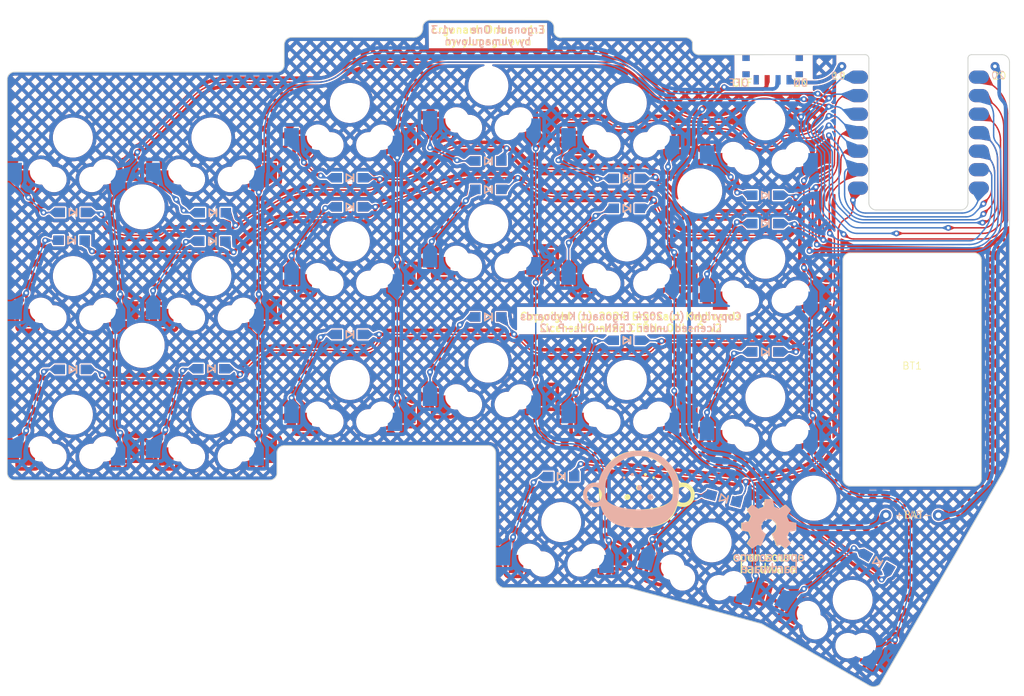
<source format=kicad_pcb>
(kicad_pcb (version 20240108) (generator "pcbnew") (generator_version "8.0")
  (layers (0 "F.Cu" signal) (31 "B.Cu" signal) (34 "B.Paste" user) (35 "F.Paste" user) (36 "B.SilkS" user "B.Silkscreen") (37 "F.SilkS" user "F.Silkscreen") (38 "B.Mask" user) (39 "F.Mask" user) (44 "Edge.Cuts" user))
  (net 0 "")
  (net 1 "R0")
  (net 2 "Net-(D1-A)")
  (net 3 "Net-(D2-A)")
  (net 4 "Net-(D3-A)")
  (net 5 "Net-(D4-A)")
  (net 6 "Net-(D5-A)")
  (net 7 "Net-(D6-A)")
  (net 8 "R1")
  (net 9 "Net-(D7-A)")
  (net 10 "Net-(D8-A)")
  (net 11 "Net-(D9-A)")
  (net 12 "Net-(D10-A)")
  (net 13 "Net-(D11-A)")
  (net 14 "Net-(D12-A)")
  (net 15 "R2")
  (net 16 "Net-(D13-A)")
  (net 17 "Net-(D14-A)")
  (net 18 "Net-(D15-A)")
  (net 19 "Net-(D16-A)")
  (net 20 "Net-(D17-A)")
  (net 21 "Net-(D18-A)")
  (net 22 "R3")
  (net 23 "Net-(D19-A)")
  (net 24 "Net-(D20-A)")
  (net 25 "Net-(D21-A)")
  (net 26 "C0")
  (net 27 "C1")
  (net 28 "C2")
  (net 29 "C3")
  (net 30 "C4")
  (net 31 "C5")
  (net 32 "GND")
  (net 35 "Net-(BT1--)")
  (net 36 "Net-(BT1-+)")
  (net 37 "Net-(PWR1-A)")
  (footprint "Two:KS-27_KS-33_Hotswap_1U_DUAL" (layer "F.Cu") (at 191.477264 130.419173 -30)
    (property "Reference" "SW21")
    (property "Value" "SW_SPST" (hide yes))
  )
  (footprint "Two:KS-27_KS-33_Hotswap_1U_DUAL" (layer "F.Cu") (at 122.5 81.24097)
    (property "Reference" "SW9")
    (property "Value" "SW_SPST" (hide yes))
  )
  (footprint "Two:Hole_5.7mm" (layer "F.Cu") (at 94 95.49097)
    (property "Reference" "H2" (hide yes))
    (property "Value" "MountingHole" (hide yes))
  )
  (footprint "Two:Hole_5.7mm" (layer "F.Cu") (at 94 76.49097)
    (property "Reference" "H1" (hide yes))
    (property "Value" "MountingHole" (hide yes))
  )
  (footprint "Two:KS-27_KS-33_Hotswap_1U_DUAL" (layer "F.Cu") (at 172.135076 122.523186 -15)
    (property "Reference" "SW20")
    (property "Value" "SW_SPST" (hide yes))
  )
  (footprint "Two:KS-27_KS-33_Hotswap_1U_DUAL" (layer "F.Cu") (at 103.5 66.99097)
    (property "Reference" "SW2")
    (property "Value" "SW_SPST" (hide yes))
  )
  (footprint "Two:Hole_5.7mm" (layer "F.Cu") (at 186.182152 116.463137)
    (property "Reference" "H4" (hide yes))
    (property "Value" "MountingHole" (hide yes))
  )
  (footprint "Two:KS-27_KS-33_Hotswap_1U_DUAL" (layer "F.Cu") (at 84.5 85.99097)
    (property "Reference" "SW7")
    (property "Value" "SW_SPST" (hide yes))
  )
  (footprint "Two:KS-27_KS-33_Hotswap_1U_DUAL" (layer "F.Cu") (at 160.5 62.24097)
    (property "Reference" "SW5")
    (property "Value" "SW_SPST" (hide yes))
  )
  (footprint "Two:KS-27_KS-33_Hotswap_1U_DUAL" (layer "F.Cu") (at 122.5 100.24097)
    (property "Reference" "SW15")
    (property "Value" "SW_SPST" (hide yes))
  )
  (footprint "Two:KS-27_KS-33_Hotswap_1U_DUAL" (layer "F.Cu") (at 179.5 83.61597)
    (property "Reference" "SW12")
    (property "Value" "SW_SPST" (hide yes))
  )
  (footprint "Two:KS-27_KS-33_Hotswap_1U_DUAL" (layer "F.Cu") (at 179.5 64.61597)
    (property "Reference" "SW6")
    (property "Value" "SW_SPST" (hide yes))
  )
  (footprint "Two:KS-27_KS-33_Hotswap_1U_DUAL" (layer "F.Cu") (at 160.5 100.24097)
    (property "Reference" "SW17")
    (property "Value" "SW_SPST" (hide yes))
  )
  (footprint "Two:KS-27_KS-33_Hotswap_1U_DUAL" (layer "F.Cu") (at 160.5 81.24097)
    (property "Reference" "SW11")
    (property "Value" "SW_SPST" (hide yes))
  )
  (footprint "Two:OSHW-logo" (layer "F.Cu") (at 179.94 121.69097)
    (property "Reference" "G***" (hide yes))
    (property "Value" "LOGO" (hide yes))
  )
  (footprint "Two:lp601730" (layer "F.Cu") (at 199.644 98.806)
    (property "Reference" "BT1")
    (property "Value" "LP601730")
    (fp_line (start -9.5 15) (end -9.5 -15) (stroke (width 0.12)) (layer "Edge.Cuts"))
    (fp_line (start -8.5 -16) (end 8.5 -16) (stroke (width 0.12)) (layer "Edge.Cuts"))
    (fp_line (start 8.5 16) (end -8.5 16) (stroke (width 0.12)) (layer "Edge.Cuts"))
    (fp_line (start 9.5 -15) (end 9.5 15) (stroke (width 0.12)) (layer "Edge.Cuts"))
    (fp_arc (start -9.5 -15) (mid -9.207092 -15.707092) (end -8.5 -16) (stroke (width 0.12)) (layer "Edge.Cuts"))
    (fp_arc (start -8.5 16) (mid -9.2071 15.7071) (end -9.5 15) (stroke (width 0.12)) (layer "Edge.Cuts"))
    (fp_arc (start 8.5 -16) (mid 9.207107 -15.707107) (end 9.5 -15) (stroke (width 0.12)) (layer "Edge.Cuts"))
    (fp_arc (start 9.5 15) (mid 9.207121 15.707121) (end 8.5 16) (stroke (width 0.12)) (layer "Edge.Cuts"))
  )
  (footprint "Two:KS-27_KS-33_Hotswap_1U_DUAL" (layer "F.Cu") (at 122.5 62.24097)
    (property "Reference" "SW3")
    (property "Value" "SW_SPST" (hide yes))
  )
  (footprint "Two:KS-27_KS-33_Hotswap_1U_DUAL" (layer "F.Cu") (at 179.5 102.61597)
    (property "Reference" "SW18")
    (property "Value" "SW_SPST" (hide yes))
  )
  (footprint "Two:KS-27_KS-33_Hotswap_1U_DUAL" (layer "F.Cu") (at 103.5 85.99097)
    (property "Reference" "SW8")
    (property "Value" "SW_SPST" (hide yes))
  )
  (footprint "Two:en_logo" (layer "F.Cu") (at 162.153537 115)
    (property "Reference" "G***" (hide yes))
    (property "Value" "LOGO" (hide yes))
  )
  (footprint "Two:KS-27_KS-33_Hotswap_1U_DUAL" (layer "F.Cu") (at 141.5 59.86597)
    (property "Reference" "SW4")
    (property "Value" "SW_SPST" (hide yes))
  )
  (footprint "Two:KS-27_KS-33_Hotswap_1U_DUAL" (layer "F.Cu") (at 151.5 119.7407)
    (property "Reference" "SW19")
    (property "Value" "SW_SPST" (hide yes))
  )
  (footprint "Two:KS-27_KS-33_Hotswap_1U_DUAL" (layer "F.Cu") (at 84.5 66.99097)
    (property "Reference" "SW1")
    (property "Value" "SW_SPST" (hide yes))
  )
  (footprint "Two:KS-27_KS-33_Hotswap_1U_DUAL" (layer "F.Cu") (at 141.5 97.86597)
    (property "Reference" "SW16")
    (property "Value" "SW_SPST" (hide yes))
  )
  (footprint "Two:KS-27_KS-33_Hotswap_1U_DUAL" (layer "F.Cu") (at 103.5 104.99097)
    (property "Reference" "SW14")
    (property "Value" "SW_SPST" (hide yes))
  )
  (footprint "Two:Hole_5.7mm" (layer "F.Cu") (at 170.5 74.3)
    (property "Reference" "H3" (hide yes))
    (property "Value" "MountingHole" (hide yes))
  )
  (footprint "Two:KS-27_KS-33_Hotswap_1U_DUAL" (layer "F.Cu") (at 84.5 104.99097)
    (property "Reference" "SW13")
    (property "Value" "SW_SPST" (hide yes))
  )
  (footprint "Two:KS-27_KS-33_Hotswap_1U_DUAL" (layer "F.Cu") (at 141.5 78.86597)
    (property "Reference" "SW10")
    (property "Value" "SW_SPST" (hide yes))
  )
  (footprint "Two:Diode_TH_SMD_DUAL" (layer "B.Cu") (at 173.8 116.5 165)
    (property "Reference" "D20" (hide yes))
    (property "Value" "D_Small" (hide yes))
  )
  (footprint "Two:Diode_TH_SMD_DUAL" (layer "B.Cu") (at 179.5 96.4 180)
    (property "Reference" "D18" (hide yes))
    (property "Value" "D_Small" (hide yes))
  )
  (footprint "Two:Diode_TH_SMD_DUAL" (layer "B.Cu") (at 194.9 125.2 150)
    (property "Reference" "D21" (hide yes))
    (property "Value" "D_Small" (hide yes))
  )
  (footprint "Two:Diode_TH_SMD_DUAL" (layer "B.Cu") (at 151.5 113.5 180)
    (property "Reference" "D19" (hide yes))
    (property "Value" "D_Small" (hide yes))
  )
  (footprint "Two:Diode_TH_SMD_DUAL" (layer "B.Cu") (at 103.7 77.3 180)
    (property "Reference" "D2" (hide yes))
    (property "Value" "D_Small" (hide yes))
  )
  (footprint "Two:Diode_TH_SMD_DUAL" (layer "B.Cu") (at 103.632 81.197 180)
    (property "Reference" "D8" (hide yes))
    (property "Value" "D_Small" (hide yes))
  )
  (footprint "Two:Diode_TH_SMD_DUAL" (layer "B.Cu") (at 160.5 94.8 180)
    (property "Reference" "D17" (hide yes))
    (property "Value" "D_Small" (hide yes))
  )
  (footprint "Two:Diode_TH_SMD_DUAL" (layer "B.Cu") (at 179.5 74.9 180)
    (property "Reference" "D6" (hide yes))
    (property "Value" "D_Small" (hide yes))
  )
  (footprint "Two:Diode_TH_SMD_DUAL" (layer "B.Cu") (at 84.328 81.07 180)
    (property "Reference" "D7" (hide yes))
    (property "Value" "D_Small" (hide yes))
  )
  (footprint "Two:Diode_TH_SMD_DUAL" (layer "B.Cu") (at 179.5 78.8 180)
    (property "Reference" "D12" (hide yes))
    (property "Value" "D_Small" (hide yes))
  )
  (footprint "Two:Diode_TH_SMD_DUAL" (layer "B.Cu") (at 141.5 70.2 180)
    (property "Reference" "D4" (hide yes))
    (property "Value" "D_Small" (hide yes))
  )
  (footprint "Two:Diode_TH_SMD_DUAL" (layer "B.Cu") (at 141.5 74.1 180)
    (property "Reference" "D10" (hide yes))
    (property "Value" "D_Small" (hide yes))
  )
  (footprint "Two:XIAO_nRF52840_DUAL_WINDOW_NO_CAP" (layer "B.Cu") (at 200.5 55.616046 180)
    (property "Reference" "U1" (hide yes))
    (property "Value" "XIAO_nRF52840" (hide yes))
    (fp_line (start 6.8 -0.5) (end 6.8 -20.3) (stroke (width 0.12)) (layer "Edge.Cuts"))
    (fp_line (start 5.8 -21.3) (end -5.8 -21.3) (stroke (width 0.12)) (layer "Edge.Cuts"))
    (fp_line (start -6.8 -20.3) (end -6.8 -0.5) (stroke (width 0.12)) (layer "Edge.Cuts"))
    (fp_arc (start 7.3 0) (mid 6.946447 -0.146447) (end 6.8 -0.5) (stroke (width 0.12)) (layer "Edge.Cuts"))
    (fp_arc (start 5.8 -21.3) (mid 6.507107 -21.007107) (end 6.8 -20.3) (stroke (width 0.12)) (layer "Edge.Cuts"))
    (fp_arc (start -6.8 -0.5) (mid -6.946446 -0.146446) (end -7.3 0) (stroke (width 0.12)) (layer "Edge.Cuts"))
    (fp_arc (start -6.8 -20.3) (mid -6.507107 -21.007107) (end -5.8 -21.3) (stroke (width 0.12)) (layer "Edge.Cuts"))
  )
  (footprint "Two:Diode_TH_SMD_DUAL" (layer "B.Cu") (at 160.5 72.6 180)
    (property "Reference" "D5" (hide yes))
    (property "Value" "D_Small" (hide yes))
  )
  (footprint "Two:Diode_TH_SMD_DUAL" (layer "B.Cu") (at 122.5 72.5 180)
    (property "Reference" "D3" (hide yes))
    (property "Value" "D_Small" (hide yes))
  )
  (footprint "Two:Diode_TH_SMD_DUAL" (layer "B.Cu") (at 141.5 91.6 180)
    (property "Reference" "D16" (hide yes))
    (property "Value" "D_Small" (hide yes))
  )
  (footprint "Two:Diode_TH_SMD_DUAL" (layer "B.Cu") (at 84.5 98.8 180)
    (property "Reference" "D13" (hide yes))
    (property "Value" "D_Small" (hide yes))
  )
  (footprint "Two:OSHW-logo" (layer "B.Cu") (at 180.01 121.69097 180)
    (property "Reference" "G***" (hide yes))
    (property "Value" "LOGO" (hide yes))
  )
  (footprint "Two:Diode_TH_SMD_DUAL" (layer "B.Cu") (at 160.5 76.7 180)
    (property "Reference" "D11" (hide yes))
    (property "Value" "D_Small" (hide yes))
  )
  (footprint "Two:MSK-12C02_DUAL" (layer "B.Cu") (at 180.5 55.92097 180)
    (property "Reference" "PWR1" (hide yes))
    (property "Value" "SW_SPDT")
  )
  (footprint "Two:Diode_TH_SMD_DUAL" (layer "B.Cu") (at 122.5 76.5 180)
    (property "Reference" "D9" (hide yes))
    (property "Value" "D_Small" (hide yes))
  )
  (footprint "Two:Diode_TH_SMD_DUAL" (layer "B.Cu") (at 84.5 77.26 180)
    (property "Reference" "D1" (hide yes))
    (property "Value" "D_Small" (hide yes))
  )
  (footprint "Two:Diode_TH_SMD_DUAL" (layer "B.Cu") (at 122.5 94 180)
    (property "Reference" "D15" (hide yes))
    (property "Value" "D_Small" (hide yes))
  )
  (footprint "Two:Diode_TH_SMD_DUAL" (layer "B.Cu") (at 103.5 98.7 180)
    (property "Reference" "D14" (hide yes))
    (property "Value" "D_Small" (hide yes))
  )
  (gr_line (start 211.963 55.616046) (end 207.8 55.616046) (stroke (width 0.12)) (layer "Edge.Cuts"))
  (gr_arc (start 113.5 54.240978) (mid 113.792901 53.533885) (end 114.5 53.240978) (stroke (width 0.12)) (layer "Edge.Cuts"))
  (gr_arc (start 211.963012 55.615978) (mid 212.68331 55.90671) (end 213 56.615978) (stroke (width 0.12)) (layer "Edge.Cuts"))
  (gr_arc (start 112.5 112.983849) (mid 112.207125 113.690989) (end 111.5 113.983849) (stroke (width 0.12)) (layer "Edge.Cuts"))
  (gr_line (start 111.5 113.983849) (end 76.5 113.990978) (stroke (width 0.12)) (layer "Edge.Cuts"))
  (gr_arc (start 170.508049 55.618933) (mid 169.865979 55.453027) (end 169.5 54.9) (stroke (width 0.12)) (layer "Edge.Cuts"))
  (gr_line (start 178.98 133.70097) (end 160.6 128.74097) (stroke (width 0.12)) (layer "Edge.Cuts"))
  (gr_arc (start 141.5 109.240986) (mid 142.207112 109.533878) (end 142.5 110.240986) (stroke (width 0.12)) (layer "Edge.Cuts"))
  (gr_arc (start 132.5 51.911251) (mid 132.781887 51.183752) (end 133.5 50.87879) (stroke (width 0.12)) (layer "Edge.Cuts"))
  (gr_line (start 213 56.615978) (end 213 109.982) (stroke (width 0.12)) (layer "Edge.Cuts"))
  (gr_line (start 151.6485 53.258887) (end 168.5 53.258887) (stroke (width 0.12)) (layer "Edge.Cuts"))
  (gr_arc (start 195.2 142.016509) (mid 194.526548 142.310811) (end 193.8 142.2) (stroke (width 0.12)) (layer "Edge.Cuts"))
  (gr_line (start 142.5 127.7) (end 142.5 110.240986) (stroke (width 0.12)) (layer "Edge.Cuts"))
  (gr_line (start 193.8 142.2) (end 178.98 133.70097) (stroke (width 0.12)) (layer "Edge.Cuts"))
  (gr_arc (start 168.5 53.258887) (mid 169.100001 53.423467) (end 169.5 53.9) (stroke (width 0.12)) (layer "Edge.Cuts"))
  (gr_line (start 114.5 53.240978) (end 131.1635 53.247478) (stroke (width 0.12)) (layer "Edge.Cuts"))
  (gr_line (start 170.508049 55.618934) (end 193.2 55.616046) (stroke (width 0.12)) (layer "Edge.Cuts"))
  (gr_arc (start 75.5 58.990978) (mid 75.792901 58.283885) (end 76.5 57.990978) (stroke (width 0.12)) (layer "Edge.Cuts"))
  (gr_line (start 211.963 113.157) (end 195.2 142.016509) (stroke (width 0.12)) (layer "Edge.Cuts"))
  (gr_arc (start 112.5 110.240903) (mid 112.792921 109.533824) (end 113.5 109.240903) (stroke (width 0.12)) (layer "Edge.Cuts"))
  (gr_arc (start 151.6485 53.258887) (mid 150.919559 53.123222) (end 150.5 52.511875) (stroke (width 0.12)) (layer "Edge.Cuts"))
  (gr_line (start 75.5 112.990978) (end 75.5 58.990978) (stroke (width 0.12)) (layer "Edge.Cuts"))
  (gr_arc (start 143.5 128.740708) (mid 142.860575 128.354326) (end 142.5 127.7) (stroke (width 0.12)) (layer "Edge.Cuts"))
  (gr_line (start 133.5 50.87879) (end 149.5 50.88169) (stroke (width 0.12)) (layer "Edge.Cuts"))
  (gr_arc (start 113.5 56.990948) (mid 113.207119 57.698053) (end 112.5 57.990978) (stroke (width 0.12)) (layer "Edge.Cuts"))
  (gr_line (start 169.5 54.9) (end 169.5 53.9) (stroke (width 0.12)) (layer "Edge.Cuts"))
  (gr_line (start 112.5 112.983849) (end 112.5 110.240903) (stroke (width 0.12)) (layer "Edge.Cuts"))
  (gr_arc (start 149.5 50.88169) (mid 150.207465 51.175406) (end 150.5 51.883355) (stroke (width 0.12)) (layer "Edge.Cuts"))
  (gr_arc (start 76.5 113.990978) (mid 75.792901 113.698083) (end 75.5 112.990978) (stroke (width 0.12)) (layer "Edge.Cuts"))
  (gr_line (start 76.5 57.990978) (end 112.5 57.990978) (stroke (width 0.12)) (layer "Edge.Cuts"))
  (gr_line (start 160.6 128.74097) (end 143.5 128.740708) (stroke (width 0.12)) (layer "Edge.Cuts"))
  (gr_arc (start 132.5 51.911251) (mid 132.143157 52.890835) (end 131.1635 53.247477) (stroke (width 0.12)) (layer "Edge.Cuts"))
  (gr_line (start 150.5 51.883355) (end 150.5 52.511875) (stroke (width 0.12)) (layer "Edge.Cuts"))
  (gr_line (start 141.5 109.240986) (end 113.5 109.240986) (stroke (width 0.12)) (layer "Edge.Cuts"))
  (gr_line (start 113.5 56.990948) (end 113.5 54.240978) (stroke (width 0.12)) (layer "Edge.Cuts"))
  (gr_arc (start 213 109.982) (mid 212.665892 111.629725) (end 211.963 113.157) (stroke (width 0.12)) (layer "Edge.Cuts"))
  (gr_text "Ergonaut One   v1.3\nby yumagulovrn" (at 141.42 53 0) (layer "B.SilkS") (effects (font (size 1 1) (thickness 0.2) (bold yes)) (justify mirror)))
  (gr_text "Copyright (c) 2024 Ergonaut Keyboards\nLicensed under CERN-OHL-P v2" (at 161.036 92.329 0) (layer "B.SilkS") (effects (font (size 1 1) (thickness 0.2) (bold yes)) (justify mirror)))
  (gr_text "Ergonaut One   v1.3\nby yumagulovrn" (at 141.5 53 0) (layer "F.SilkS") (effects (font (size 1 1) (thickness 0.2) (bold yes))))
  (gr_text "Copyright (c) 2024 Ergonaut Keyboards\nLicensed under CERN-OHL-P v2" (at 161.036 92.329 0) (layer "F.SilkS") (effects (font (size 1 1) (thickness 0.2) (bold yes))))
  (segment (start 126.249983 73.450036) (end 126.6 72.7) (width 0.2) (layer "F.Cu") (net 1))
  (segment (start 88.392 77.514) (end 88.265 77.387) (width 0.2) (layer "F.Cu") (net 1))
  (segment (start 183.7 75.1) (end 183.65 75.1) (width 0.2) (layer "F.Cu") (net 1))
  (segment (start 134.326184 69.762816) (end 132.948317 71.140683) (width 0.2) (layer "F.Cu") (net 1))
  (segment (start 146.025154 70.079154) (end 144.145 68.199) (width 0.2) (layer "F.Cu") (net 1))
  (segment (start 162.577797 71.374) (end 149.15119 71.374) (width 0.2) (layer "F.Cu") (net 1))
  (segment (start 143.764 69.088) (end 144.018 68.453) (width 0.2) (layer "F.Cu") (net 1))
  (segment (start 126.6 72.7) (end 126.258578 72.5) (width 0.2) (layer "F.Cu") (net 1))
  (segment (start 106.807 79.038) (end 112.574286 75.687167) (width 0.2) (layer "F.Cu") (net 1))
  (segment (start 183.338613 76.580908) (end 183.289946 76.71301) (width 0.2) (layer "F.Cu") (net 1))
  (segment (start 118.212989 74.177791) (end 125.072352 74.2) (width 0.2) (layer "F.Cu") (net 1))
  (segment (start 106.426 79.419) (end 106.807 79.038) (width 0.2) (layer "F.Cu") (net 1))
  (segment (start 183.742731 75.174038) (end 183.752693 75.184) (width 0.2) (layer "F.Cu") (net 1))
  (segment (start 164.5 72.5) (end 163.937 71.937) (width 0.2) (layer "F.Cu") (net 1))
  (segment (start 186.563 81.661) (end 186.4995 81.28) (width 0.2) (layer "F.Cu") (net 1))
  (segment (start 87.958394 77.26) (end 86.2875 77.26) (width 0.2) (layer "F.Cu") (net 1))
  (segment (start 183.5 75) (end 183.564644 75.064644) (width 0.2) (layer "F.Cu") (net 1))
  (segment (start 129.183793 72.7) (end 126.6 72.7) (width 0.2) (layer "F.Cu") (net 1))
  (segment (start 187.8965 72.9615) (end 186.436 73.787) (width 0.2) (layer "F.Cu") (net 1))
  (segment (start 168.049526 76.695967) (end 167.911191 76.547983) (width 0.2) (layer "F.Cu") (net 1))
  (segment (start 183.682714 75.246917) (end 183.420885 76.312095) (width 0.2) (layer "F.Cu") (net 1))
  (segment (start 182.017902 77.6) (end 170.132129 77.6) (width 0.2) (layer "F.Cu") (net 1))
  (segment (start 183.258578 74.9) (end 181.2875 74.9) (width 0.2) (layer "F.Cu") (net 1))
  (segment (start 183.7 75.1) (end 183.7 75.15) (width 0.2) (layer "F.Cu") (net 1))
  (segment (start 164.255 72.6) (end 164.4275 72.4275) (width 0.2) (layer "F.Cu") (net 1))
  (segment (start 186.436 73.787) (end 186.436 80.512744) (width 0.2) (layer "F.Cu") (net 1))
  (segment (start 126.6 72.7) (end 124.2875 72.5) (width 0.2) (layer "F.Cu") (net 1))
  (segment (start 106.807 79.038) (end 105.866786 77.006) (width 0.2) (layer "F.Cu") (net 1))
  (segment (start 88.392 77.514) (end 89.48081 79.093699) (width 0.2) (layer "F.Cu") (net 1))
  (segment (start 189.398326 70.458858) (end 189.465 67.753082) (width 0.2) (layer "F.Cu") (net 1))
  (segment (start 91.950531 80.403171) (end 96.070987 80.435) (width 0.2) (layer "F.Cu") (net 1))
  (segment (start 167.642637 76.244827) (end 164.5 72.5) (width 0.2) (layer "F.Cu") (net 1))
  (segment (start 144.145 68.199) (end 138.101569 68.199) (width 0.2) (layer "F.Cu") (net 1))
  (segment (start 97.604012 79.8) (end 105.506184 79.8) (width 0.2) (layer "F.Cu") (net 1))
  (segment (start 143.2875 70.2) (end 143.764 69.088) (width 0.2) (layer "F.Cu") (net 1))
  (segment (start 162.2875 72.6) (end 164.255 72.6) (width 0.2) (layer "F.Cu") (net 1))
  (via (at 183.7 75.1) (size 0.8) (drill 0.4) (layers "F.Cu" "B.Cu") (net 1))
  (via (at 126.6 72.7) (size 0.8) (drill 0.4) (layers "F.Cu" "B.Cu") (net 1))
  (via (at 144.018 68.453) (size 0.8) (drill 0.4) (layers "F.Cu" "B.Cu") (net 1))
  (via (at 106.807 79.038) (size 0.8) (drill 0.4) (layers "F.Cu" "B.Cu") (net 1))
  (via (at 88.392 77.514) (size 0.8) (drill 0.4) (layers "F.Cu" "B.Cu") (net 1))
  (via (at 186.436 73.787) (size 0.8) (drill 0.4) (layers "F.Cu" "B.Cu") (net 1))
  (via (at 164.4275 72.4275) (size 0.8) (drill 0.4) (layers "F.Cu" "B.Cu") (net 1))
  (via (at 186.563 81.661) (size 0.8) (drill 0.4) (layers "F.Cu" "B.Cu") (net 1))
  (arc (start 163.937 71.937) (mid 163.313392 71.520318) (end 162.577797 71.374) (width 0.2) (layer "F.Cu") (net 1))
  (arc (start 183.420885 76.312095) (mid 183.383512 76.447653) (end 183.338613 76.580908) (width 0.2) (layer "F.Cu") (net 1))
  (arc (start 134.326184 69.762816) (mid 136.058345 68.605423) (end 138.101569 68.199) (width 0.2) (layer "F.Cu") (net 1))
  (arc (start 132.948317 71.140683) (mid 131.221139 72.294747) (end 129.183793 72.7) (width 0.2) (layer "F.Cu") (net 1))
  (arc (start 187.8965 72.9615) (mid 188.977515 71.908272) (end 189.398326 70.458858) (width 0.2) (layer "F.Cu") (net 1))
  (arc (start 183.65 75.1) (mid 183.603805 75.090811) (end 183.564644 75.064644) (width 0.2) (layer "F.Cu") (net 1))
  (arc (start 183.742731 75.174038) (mid 183.714336 75.174514) (end 183.7 75.15) (width 0.2) (layer "F.Cu") (net 1))
  (arc (start 96.8375 80.1175) (mid 97.189178 79.882515) (end 97.604012 79.8) (width 0.2) (layer "F.Cu") (net 1))
  (arc (start 170.132129 77.6) (mid 168.996951 77.364244) (end 168.049526 76.695967) (width 0.2) (layer "F.Cu") (net 1))
  (arc (start 96.070987 80.435) (mid 96.48582 80.352484) (end 96.8375 80.1175) (width 0.2) (layer "F.Cu") (net 1))
  (arc (start 105.506184 79.8) (mid 106.003984 79.700981) (end 106.426 79.419) (width 0.2) (layer "F.Cu") (net 1))
  (arc (start 125.072352 74.2) (mid 125.770435 73.996602) (end 126.249983 73.450036) (width 0.2) (layer "F.Cu") (net 1))
  (arc (start 183.682714 75.246917) (mid 183.695644 75.199223) (end 183.7 75.15) (width 0.2) (layer "F.Cu") (net 1))
  (arc (start 186.436 80.512744) (mid 186.451902 80.897683) (end 186.4995 81.28) (width 0.2) (layer "F.Cu") (net 1))
  (arc (start 183.5 75) (mid 183.389234 74.925989) (end 183.258578 74.9) (width 0.2) (layer "F.Cu") (net 1))
  (arc (start 189.944477 66.595523) (mid 189.589612 67.126615) (end 189.465 67.753082) (width 0.2) (layer "F.Cu") (net 1))
  (arc (start 87.958394 77.26) (mid 88.124328 77.293006) (end 88.265 77.387) (width 0.2) (layer "F.Cu") (net 1))
  (arc (start 167.911191 76.547983) (mid 167.774885 76.398202) (end 167.642637 76.244827) (width 0.2) (layer "F.Cu") (net 1))
  (arc (start 146.025154 70.079154) (mid 147.459392 71.037481) (end 149.15119 71.374) (width 0.2) (layer "F.Cu") (net 1))
  (arc (start 183.289946 76.71301) (mid 182.79328 77.356358) (end 182.017902 77.6) (width 0.2) (layer "F.Cu") (net 1))
  (arc (start 183.682714 75.246917) (mid 183.706544 75.205389) (end 183.742731 75.174038) (width 0.2) (layer "F.Cu") (net 1))
  (arc (start 89.48081 79.093699) (mid 90.555516 80.050494) (end 91.950531 80.403171) (width 0.2) (layer "F.Cu") (net 1))
  (arc (start 191.102036 66.116046) (mid 190.475569 66.240658) (end 189.944477 66.595523) (width 0.2) (layer "F.Cu") (net 1))
  (arc (start 126.258578 72.5) (mid 126.389234 72.525989) (end 126.5 72.6) (width 0.2) (layer "F.Cu") (net 1))
  (arc (start 112.574286 75.687167) (mid 115.293134 74.557018) (end 118.212989 74.177791) (width 0.2) (layer "F.Cu") (net 1))
  (segment (start 189.173556 82.112) (end 207.691762 82.112) (width 0.2) (layer "B.Cu") (net 1))
  (segment (start 126.5 72.6) (end 126.6 72.7) (width 0.2) (layer "B.Cu") (net 1))
  (segment (start 210.21798 67.264066) (end 209.06996 66.116046) (width 0.2) (layer "B.Cu") (net 1))
  (segment (start 210.723421 80.367764) (end 210.311999 80.870499) (width 0.2) (layer "B.Cu") (net 1))
  (segment (start 183.7 75.1) (end 186.436 73.787) (width 0.2) (layer "B.Cu") (net 1))
  (segment (start 162.2875 72.6) (end 164.255 72.6) (width 0.2) (layer "B.Cu") (net 1))
  (segment (start 186.563 81.661) (end 187.4235 81.8865) (width 0.2) (layer "B.Cu") (net 1))
  (segment (start 211.44395 76.769449) (end 211.366 70.035631) (width 0.2) (layer "B.Cu") (net 1))
  (segment (start 87.958394 77.26) (end 86.2875 77.26) (width 0.2) (layer "B.Cu") (net 1))
  (segment (start 126.258578 72.5) (end 124.2875 72.5) (width 0.2) (layer "B.Cu") (net 1))
  (segment (start 106.807 79.038) (end 105.5465 77.006) (width 0.2) (layer "B.Cu") (net 1))
  (segment (start 143.2875 70.2) (end 144.018 68.453) (width 0.2) (layer "B.Cu") (net 1))
  (segment (start 88.392 77.514) (end 88.265 77.387) (width 0.2) (layer "B.Cu") (net 1))
  (segment (start 183.358578 74.9) (end 181.2875 74.9) (width 0.2) (layer "B.Cu") (net 1))
  (segment (start 164.255 72.6) (end 164.4275 72.4275) (width 0.2) (layer "B.Cu") (net 1))
  (arc (start 210.21798 67.264066) (mid 211.067639 68.53567) (end 211.366 70.035631) (width 0.2) (layer "B.Cu") (net 1))
  (arc (start 211.44395 76.769449) (mid 211.436355 77.723487) (end 211.3915 78.6765) (width 0.2) (layer "B.Cu") (net 1))
  (arc (start 87.958394 77.26) (mid 88.124328 77.293006) (end 88.265 77.387) (width 0.2) (layer "B.Cu") (net 1))
  (arc (start 126.5 72.6) (mid 126.389234 72.525989) (end 126.258578 72.5) (width 0.2) (layer "B.Cu") (net 1))
  (arc (start 189.173556 82.112) (mid 188.291293 82.055392) (end 187.4235 81.8865) (width 0.2) (layer "B.Cu") (net 1))
  (arc (start 207.691762 82.112) (mid 209.1415 81.785923) (end 210.311999 80.870499) (width 0.2) (layer "B.Cu") (net 1))
  (arc (start 210.723421 80.367764) (mid 211.189435 79.574264) (end 211.3915 78.6765) (width 0.2) (layer "B.Cu") (net 1))
  (segment (start 78.4 75.2) (end 78.35 75.15) (width 0.2) (layer "F.Cu") (net 2))
  (segment (start 81.115802 77.26) (end 82.7125 77.26) (width 0.2) (layer "F.Cu") (net 2))
  (segment (start 78.3 75.029289) (end 78.3 72.75347) (width 0.2) (layer "F.Cu") (net 2))
  (segment (start 80.476691 77.276691) (end 80.9625 77.3235) (width 0.2) (layer "F.Cu") (net 2))
  (segment (start 78.4 75.2) (end 78.4 75.012249) (width 0.2) (layer "F.Cu") (net 2))
  (segment (start 78.3 75.029289) (end 78.3 72.74097) (width 0.2) (layer "F.Cu") (net 2))
  (via (at 80.476691 77.276691) (size 0.8) (drill 0.4) (layers "F.Cu" "B.Cu") (net 2))
  (via (at 78.4 75.2) (size 0.8) (drill 0.4) (layers "F.Cu" "B.Cu") (net 2))
  (arc (start 81.115802 77.26) (mid 81.032835 77.276503) (end 80.9625 77.3235) (width 0.2) (layer "F.Cu") (net 2))
  (arc (start 78.3 75.029289) (mid 78.312994 75.094617) (end 78.35 75.15) (width 0.2) (layer "F.Cu") (net 2))
  (arc (start 78.3 75.029289) (mid 78.312994 75.094617) (end 78.35 75.15) (width 0.2) (layer "F.Cu") (net 2))
  (segment (start 78.4 75.2) (end 80.476691 77.276691) (width 0.2) (layer "B.Cu") (net 2))
  (segment (start 78.4 75.2) (end 77.068878 73.868878) (width 0.2) (layer "B.Cu") (net 2))
  (segment (start 80.476691 77.276691) (end 80.9625 77.3235) (width 0.2) (layer "B.Cu") (net 2))
  (segment (start 81.115802 77.26) (end 82.7125 77.26) (width 0.2) (layer "B.Cu") (net 2))
  (arc (start 81.115802 77.26) (mid 81.032835 77.276503) (end 80.9625 77.3235) (width 0.2) (layer "B.Cu") (net 2))
  (arc (start 76.5 72.495485) (mid 76.647846 73.238759) (end 77.068878 73.868878) (width 0.2) (layer "B.Cu") (net 2))
  (segment (start 98.854553 75.684545) (end 99.7 77) (width 0.2) (layer "F.Cu") (net 3))
  (segment (start 99.7 77) (end 99.85 77.15) (width 0.2) (layer "F.Cu") (net 3))
  (segment (start 97.78155 74.58455) (end 98.679 75.482) (width 0.2) (layer "F.Cu") (net 3))
  (segment (start 98.679 75.482) (end 98.7425 75.5455) (width 0.2) (layer "F.Cu") (net 3))
  (segment (start 100.212132 77.3) (end 101.9125 77.3) (width 0.2) (layer "F.Cu") (net 3))
  (via (at 98.679 75.482) (size 0.8) (drill 0.4) (layers "F.Cu" "B.Cu") (net 3))
  (via (at 99.7 77) (size 0.8) (drill 0.4) (layers "F.Cu" "B.Cu") (net 3))
  (arc (start 98.854553 75.684545) (mid 98.802252 75.612019) (end 98.7425 75.5455) (width 0.2) (layer "F.Cu") (net 3))
  (arc (start 99.85 77.15) (mid 100.016147 77.261016) (end 100.212132 77.3) (width 0.2) (layer "F.Cu") (net 3))
  (arc (start 97.78155 74.58455) (mid 97.42515 74.05116) (end 97.3 73.421985) (width 0.2) (layer "F.Cu") (net 3))
  (segment (start 99.7 77) (end 99.85 77.15) (width 0.2) (layer "B.Cu") (net 3))
  (segment (start 98.854553 75.684545) (end 99.7 77) (width 0.2) (layer "B.Cu") (net 3))
  (segment (start 98.679 75.482) (end 95.716385 72.519385) (width 0.2) (layer "B.Cu") (net 3))
  (segment (start 100.212132 77.3) (end 101.9125 77.3) (width 0.2) (layer "B.Cu") (net 3))
  (segment (start 98.679 75.482) (end 98.7425 75.5455) (width 0.2) (layer "B.Cu") (net 3))
  (arc (start 98.854553 75.684545) (mid 98.802252 75.612019) (end 98.7425 75.5455) (width 0.2) (layer "B.Cu") (net 3))
  (arc (start 99.85 77.15) (mid 100.016147 77.261016) (end 100.212132 77.3) (width 0.2) (layer "B.Cu") (net 3))
  (segment (start 119.012132 72.5) (end 120.7125 72.5) (width 0.2) (layer "F.Cu") (net 4))
  (segment (start 117.823223 72.023223) (end 116.2 70.4) (width 0.2) (layer "F.Cu") (net 4))
  (segment (start 116.25 70.35) (end 116.2 70.4) (width 0.2) (layer "F.Cu") (net 4))
  (segment (start 116.3 70.229289) (end 116.3 67.99097) (width 0.2) (layer "F.Cu") (net 4))
  (segment (start 118.5 72.2) (end 118.25 72.2) (width 0.2) (layer "F.Cu") (net 4))
  (segment (start 118.5 72.2) (end 118.65 72.35) (width 0.2) (layer "F.Cu") (net 4))
  (via (at 116.2 70.4) (size 0.8) (drill 0.4) (layers "F.Cu" "B.Cu") (net 4))
  (via (at 118.5 72.2) (size 0.8) (drill 0.4) (layers "F.Cu" "B.Cu") (net 4))
  (arc (start 116.25 70.35) (mid 116.287005 70.294617) (end 116.3 70.229289) (width 0.2) (layer "F.Cu") (net 4))
  (arc (start 118.65 72.35) (mid 118.816147 72.461016) (end 119.012132 72.5) (width 0.2) (layer "F.Cu") (net 4))
  (arc (start 117.823223 72.023223) (mid 118.01903 72.154057) (end 118.25 72.2) (width 0.2) (layer "F.Cu") (net 4))
  (segment (start 119.012132 72.5) (end 120.7125 72.5) (width 0.2) (layer "B.Cu") (net 4))
  (segment (start 118.65 72.35) (end 118.5 72.2) (width 0.2) (layer "B.Cu") (net 4))
  (segment (start 116.2 70.4) (end 114.5 66.94097) (width 0.2) (layer "B.Cu") (net 4))
  (arc (start 118.65 72.35) (mid 118.816147 72.461016) (end 119.012132 72.5) (width 0.2) (layer "B.Cu") (net 4))
  (segment (start 133.5 67.41597) (end 133.5 68.36597) (width 0.2) (layer "F.Cu") (net 5))
  (segment (start 135.3 65.61597) (end 133.5 67.41597) (width 0.2) (layer "F.Cu") (net 5))
  (segment (start 139.7125 70.2) (end 137.3 70.2) (width 0.2) (layer "F.Cu") (net 5))
  (segment (start 137.3 70.2) (end 137.2 70.1) (width 0.2) (layer "F.Cu") (net 5))
  (via (at 133.5 68.36597) (size 0.8) (drill 0.4) (layers "F.Cu" "B.Cu") (net 5))
  (via (at 137.2 70.1) (size 0.8) (drill 0.4) (layers "F.Cu" "B.Cu") (net 5))
  (segment (start 137.3 70.2) (end 137.2 70.1) (width 0.2) (layer "B.Cu") (net 5))
  (segment (start 133.5 64.56597) (end 133.5 68.36597) (width 0.2) (layer "B.Cu") (net 5))
  (segment (start 135.89 69.469) (end 133.5 68.36597) (width 0.2) (layer "B.Cu") (net 5))
  (segment (start 137.2 70.1) (end 135.89 69.469) (width 0.2) (layer "B.Cu") (net 5))
  (segment (start 139.7125 70.2) (end 137.3 70.2) (width 0.2) (layer "B.Cu") (net 5))
  (segment (start 156.464 72.644) (end 156.635 72.6) (width 0.2) (layer "F.Cu") (net 6))
  (segment (start 151.1 70.1) (end 151.654515 69.545485) (width 0.2) (layer "F.Cu") (net 6))
  (segment (start 156.635 72.6) (end 158.7125 72.6) (width 0.2) (layer "F.Cu") (net 6))
  (segment (start 152.993232 68.99097) (end 154.3 68.99097) (width 0.2) (layer "F.Cu") (net 6))
  (via (at 151.1 70.1) (size 0.8) (drill 0.4) (layers "F.Cu" "B.Cu") (net 6))
  (via (at 156.464 72.644) (size 0.8) (drill 0.4) (layers "F.Cu" "B.Cu") (net 6))
  (arc (start 152.993232 68.99097) (mid 152.268723 69.135083) (end 151.654515 69.545485) (width 0.2) (layer "F.Cu") (net 6))
  (segment (start 151.1 70.1) (end 152.5 67.94097) (width 0.2) (layer "B.Cu") (net 6))
  (segment (start 151.1 70.1) (end 156.464 72.644) (width 0.2) (layer "B.Cu") (net 6))
  (segment (start 156.635 72.6) (end 158.7125 72.6) (width 0.2) (layer "B.Cu") (net 6))
  (segment (start 156.464 72.644) (end 156.635 72.6) (width 0.2) (layer "B.Cu") (net 6))
  (segment (start 175.641 74.549) (end 177.6635 74.549) (width 0.2) (layer "F.Cu") (net 7))
  (segment (start 175.4205 74.0245) (end 175.641 74.549) (width 0.2) (layer "F.Cu") (net 7))
  (segment (start 174.752 72.39) (end 173.3 70.938) (width 0.2) (layer "F.Cu") (net 7))
  (segment (start 174.752 72.39) (end 174.987053 72.972387) (width 0.2) (layer "F.Cu") (net 7))
  (via (at 174.752 72.39) (size 0.8) (drill 0.4) (layers "F.Cu" "B.Cu") (net 7))
  (via (at 175.641 74.549) (size 0.8) (drill 0.4) (layers "F.Cu" "B.Cu") (net 7))
  (arc (start 175.4205 74.0245) (mid 175.201888 73.499221) (end 174.987053 72.972387) (width 0.2) (layer "F.Cu") (net 7))
  (segment (start 175.641 74.549) (end 175.6655 74.5245) (width 0.2) (layer "B.Cu") (net 7))
  (segment (start 175.724648 74.5) (end 177.7125 74.5) (width 0.2) (layer "B.Cu") (net 7))
  (segment (start 174.752 72.39) (end 171.67797 69.31597) (width 0.2) (layer "B.Cu") (net 7))
  (arc (start 175.724648 74.5) (mid 175.692637 74.506367) (end 175.6655 74.5245) (width 0.2) (layer "B.Cu") (net 7))
  (segment (start 125.674499 77.603499) (end 125.724935 77.553064) (width 0.2) (layer "F.Cu") (net 8))
  (segment (start 106.553 82.721) (end 105.4195 81.5875) (width 0.2) (layer "F.Cu") (net 8))
  (segment (start 116.341748 77.883503) (end 124.888673 77.929) (width 0.2) (layer "F.Cu") (net 8))
  (segment (start 164.211 75.565) (end 166.004515 78.995485) (width 0.2) (layer "F.Cu") (net 8))
  (segment (start 148.385363 74.412575) (end 145.542 72.517) (width 0.2) (layer "F.Cu") (net 8))
  (segment (start 87.338802 82.721) (end 106.553 82.721) (width 0.2) (layer "F.Cu") (net 8))
  (segment (start 163.076 76.7) (end 164.211 75.565) (width 0.2) (layer "F.Cu") (net 8))
  (segment (start 126 76.5) (end 124.2875 76.5) (width 0.2) (layer "F.Cu") (net 8))
  (segment (start 134.360757 73.549624) (end 126 76.5) (width 0.2) (layer "F.Cu") (net 8))
  (segment (start 189.837822 71.345515) (end 189.865 70.043845) (width 0.2) (layer "F.Cu") (net 8))
  (segment (start 162.2875 76.7) (end 163.076 76.7) (width 0.2) (layer "F.Cu") (net 8))
  (segment (start 190.931954 68.656046) (end 191.185954 68.656046) (width 0.2) (layer "F.Cu") (net 8))
  (segment (start 183.5 78.75) (end 183.49186 78.867) (width 0.2) (layer "F.Cu") (net 8))
  (segment (start 190.271477 69.062523) (end 190.498348 68.835651) (width 0.2) (layer "F.Cu") (net 8))
  (segment (start 187.452 81.026) (end 187.452 75.43511) (width 0.2) (layer "F.Cu") (net 8))
  (segment (start 87.122 82.594) (end 86.1155 81.5875) (width 0.2) (layer "F.Cu") (net 8))
  (segment (start 143.2875 74.1) (end 143.959 74.1) (width 0.2) (layer "F.Cu") (net 8))
  (segment (start 169.395129 80.4) (end 181.280761 80.4) (width 0.2) (layer "F.Cu") (net 8))
  (segment (start 143.959 74.1) (end 145.542 72.517) (width 0.2) (layer "F.Cu") (net 8))
  (segment (start 183.29593 78.8335) (end 183.49186 78.867) (width 0.2) (layer "F.Cu") (net 8))
  (segment (start 126 76.889) (end 126 76.5) (width 0.2) (layer "F.Cu") (net 8))
  (segment (start 87.122 82.594) (end 87.1855 82.6575) (width 0.2) (layer "F.Cu") (net 8))
  (segment (start 182.849999 79.749999) (end 183.252512 79.347487) (width 0.2) (layer "F.Cu") (net 8))
  (segment (start 182.901226 78.8) (end 181.2875 78.8) (width 0.2) (layer "F.Cu") (net 8))
  (segment (start 144.2085 73.8505) (end 143.2875 74.1) (width 0.2) (layer "F.Cu") (net 8))
  (segment (start 164.211 75.565) (end 163.703 75.057) (width 0.2) (layer "F.Cu") (net 8))
  (segment (start 145.542 72.517) (end 140.390098 72.517) (width 0.2) (layer "F.Cu") (net 8))
  (segment (start 163.703 75.057) (end 150.513755 75.057) (width 0.2) (layer "F.Cu") (net 8))
  (via (at 106.553 82.721) (size 0.8) (drill 0.4) (layers "F.Cu" "B.Cu") (net 8))
  (via (at 187.452 81.026) (size 0.8) (drill 0.4) (layers "F.Cu" "B.Cu") (net 8))
  (via (at 145.542 72.517) (size 0.8) (drill 0.4) (layers "F.Cu" "B.Cu") (net 8))
  (via (at 183.49186 78.867) (size 0.8) (drill 0.4) (layers "F.Cu" "B.Cu") (net 8))
  (via (at 87.122 82.594) (size 0.8) (drill 0.4) (layers "F.Cu" "B.Cu") (net 8))
  (via (at 126 76.5) (size 0.8) (drill 0.4) (layers "F.Cu" "B.Cu") (net 8))
  (via (at 164.211 75.565) (size 0.8) (drill 0.4) (layers "F.Cu" "B.Cu") (net 8))
  (arc (start 188.658499 73.342499) (mid 187.775228 74.227357) (end 187.452 75.43511) (width 0.2) (layer "F.Cu") (net 8))
  (arc (start 190.498348 68.835651) (mid 190.697288 68.702723) (end 190.931954 68.656046) (width 0.2) (layer "F.Cu") (net 8))
  (arc (start 189.865 70.043845) (mid 189.970639 69.512757) (end 190.271477 69.062523) (width 0.2) (layer "F.Cu") (net 8))
  (arc (start 87.1855 82.6575) (mid 87.255835 82.704496) (end 87.338802 82.721) (width 0.2) (layer "F.Cu") (net 8))
  (arc (start 124.888673 77.929) (mid 125.313959 77.844405) (end 125.674499 77.603499) (width 0.2) (layer "F.Cu") (net 8))
  (arc (start 140.390098 72.517) (mid 137.331534 72.777022) (end 134.360757 73.549624) (width 0.2) (layer "F.Cu") (net 8))
  (arc (start 183.252512 79.347487) (mid 183.435679 79.073357) (end 183.5 78.75) (width 0.2) (layer "F.Cu") (net 8))
  (arc (start 150.513755 75.057) (mid 149.401849 74.892362) (end 148.385363 74.412575) (width 0.2) (layer "F.Cu") (net 8))
  (arc (start 181.280761 80.4) (mid 182.130026 80.23107) (end 182.849999 79.749999) (width 0.2) (layer "F.Cu") (net 8))
  (arc (start 182.901226 78.8) (mid 183.099287 78.80839) (end 183.29593 78.8335) (width 0.2) (layer "F.Cu") (net 8))
  (arc (start 166.004515 78.995485) (mid 167.560213 80.035013) (end 169.395129 80.4) (width 0.2) (layer "F.Cu") (net 8))
  (arc (start 125.724935 77.553064) (mid 125.928512 77.248388) (end 126 76.889) (width 0.2) (layer "F.Cu") (net 8))
  (arc (start 106.553 82.721) (mid 110.875544 79.145127) (end 116.341748 77.883503) (width 0.2) (layer "F.Cu") (net 8))
  (arc (start 188.658499 73.342499) (mid 189.509815 72.498516) (end 189.837822 71.345515) (width 0.2) (layer "F.Cu") (net 8))
  (segment (start 143.959 74.1) (end 145.542 72.517) (width 0.2) (layer "B.Cu") (net 8))
  (segment (start 187.452 81.026) (end 188.43 81.369) (width 0.2) (layer "B.Cu") (net 8))
  (segment (start 126 76.5) (end 124.2875 76.5) (width 0.2) (layer "B.Cu") (net 8))
  (segment (start 143.2875 74.1) (end 143.959 74.1) (width 0.2) (layer "B.Cu") (net 8))
  (segment (start 182.901226 78.8) (end 181.2875 78.8) (width 0.2) (layer "B.Cu") (net 8))
  (segment (start 106.553 82.721) (end 105.4195 81.5875) (width 0.2) (layer "B.Cu") (net 8))
  (segment (start 183.29593 78.8335) (end 183.49186 78.867) (width 0.2) (layer "B.Cu") (net 8))
  (segment (start 210.966 71.892788) (end 210.966 77.451) (width 0.2) (layer "B.Cu") (net 8))
  (segment (start 163.076 76.7) (end 164.211 75.565) (width 0.2) (layer "B.Cu") (net 8))
  (segment (start 191.257958 81.712) (end 190.444403 81.712) (width 0.2) (layer "B.Cu") (net 8))
  (segment (start 87.122 82.594) (end 86.1155 81.5875) (width 0.2) (layer "B.Cu") (net 8))
  (segment (start 162.2875 76.7) (end 163.076 76.7) (width 0.2) (layer "B.Cu") (net 8))
  (segment (start 187.452 81.026) (end 183.49186 78.867) (width 0.2) (layer "B.Cu") (net 8))
  (segment (start 194.957864 81.706031) (end 207.479447 81.665631) (width 0.2) (layer "B.Cu") (net 8))
  (segment (start 210.890966 78.02103) (end 210.947 77.47) (width 0.2) (layer "B.Cu") (net 8))
  (segment (start 210.01798 69.604066) (end 209.06996 68.656046) (width 0.2) (layer "B.Cu") (net 8))
  (arc (start 210.966 71.892788) (mid 210.719617 70.65414) (end 210.01798 69.604066) (width 0.2) (layer "B.Cu") (net 8))
  (arc (start 188.43 81.369) (mid 189.422705 81.625637) (end 190.444403 81.712) (width 0.2) (layer "B.Cu") (net 8))
  (arc (start 209.830365 80.555134) (mid 210.548939 79.366903) (end 210.890966 78.02103) (width 0.2) (layer "B.Cu") (net 8))
  (arc (start 191.257958 81.712) (mid 193.107913 81.710507) (end 194.957864 81.706031) (width 0.2) (layer "B.Cu") (net 8))
  (arc (start 207.479447 81.665631) (mid 208.778508 81.372048) (end 209.830365 80.555134) (width 0.2) (layer "B.Cu") (net 8))
  (arc (start 182.901226 78.8) (mid 183.099287 78.80839) (end 183.29593 78.8335) (width 0.2) (layer "B.Cu") (net 8))
  (segment (start 81.697348 81.137483) (end 81.734832 81.174967) (width 0.2) (layer "F.Cu") (net 9))
  (segment (start 78.105 88.309) (end 78.105 91.408084) (width 0.2) (layer "F.Cu") (net 9))
  (segment (start 80.7 81.1) (end 81.606855 81.1) (width 0.2) (layer "F.Cu") (net 9))
  (via (at 78.105 88.309) (size 0.8) (drill 0.4) (layers "F.Cu" "B.Cu") (net 9))
  (via (at 80.7 81.1) (size 0.8) (drill 0.4) (layers "F.Cu" "B.Cu") (net 9))
  (arc (start 81.734832 81.174967) (mid 81.943535 81.097212) (end 82.16425 81.07) (width 0.2) (layer "F.Cu") (net 9))
  (arc (start 81.697348 81.137483) (mid 81.655829 81.109741) (end 81.606855 81.1) (width 0.2) (layer "F.Cu") (net 9))
  (segment (start 80.7 81.1) (end 81.606877 81.1) (width 0.2) (layer "B.Cu") (net 9))
  (segment (start 78.988591 85.658225) (end 78.105 88.309) (width 0.2) (layer "B.Cu") (net 9))
  (segment (start 80.7 81.1) (end 80.101 82.609) (width 0.2) (layer "B.Cu") (net 9))
  (segment (start 81.734822 81.174948) (end 81.697348 81.137474) (width 0.2) (layer "B.Cu") (net 9))
  (segment (start 78.105 88.309) (end 76.7747 89.639299) (width 0.2) (layer "B.Cu") (net 9))
  (arc (start 81.734822 81.174948) (mid 81.943535 81.097212) (end 82.16425 81.07) (width 0.2) (layer "B.Cu") (net 9))
  (arc (start 80.101 82.609) (mid 79.523401 84.125807) (end 78.988591 85.658225) (width 0.2) (layer "B.Cu") (net 9))
  (arc (start 81.606877 81.1) (mid 81.655839 81.109739) (end 81.697348 81.137474) (width 0.2) (layer "B.Cu") (net 9))
  (segment (start 100.175831 81.197) (end 101.8445 81.197) (width 0.2) (layer "F.Cu") (net 10))
  (segment (start 95.5 88.970485) (end 95.5 88) (width 0.2) (layer "F.Cu") (net 10))
  (segment (start 96.186236 90.627206) (end 97.3 91.74097) (width 0.2) (layer "F.Cu") (net 10))
  (segment (start 100 81.3) (end 100.0515 81.2485) (width 0.2) (layer "F.Cu") (net 10))
  (via (at 95.5 88) (size 0.8) (drill 0.4) (layers "F.Cu" "B.Cu") (net 10))
  (via (at 100 81.3) (size 0.8) (drill 0.4) (layers "F.Cu" "B.Cu") (net 10))
  (arc (start 95.5 88.970485) (mid 95.678346 89.867096) (end 96.186236 90.627206) (width 0.2) (layer "F.Cu") (net 10))
  (arc (start 100.0515 81.2485) (mid 100.108543 81.210384) (end 100.175831 81.197) (width 0.2) (layer "F.Cu") (net 10))
  (segment (start 100.175831 81.197) (end 101.8445 81.197) (width 0.2) (layer "B.Cu") (net 10))
  (segment (start 96.137 87.0115) (end 95.5 88) (width 0.2) (layer "B.Cu") (net 10))
  (segment (start 100 81.3) (end 97.437276 85.051935) (width 0.2) (layer "B.Cu") (net 10))
  (segment (start 95.5 88) (end 95.5 90.69097) (width 0.2) (layer "B.Cu") (net 10))
  (segment (start 100 81.3) (end 100.0515 81.2485) (width 0.2) (layer "B.Cu") (net 10))
  (arc (start 100.0515 81.2485) (mid 100.108543 81.210384) (end 100.175831 81.197) (width 0.2) (layer "B.Cu") (net 10))
  (arc (start 96.137 87.0115) (mid 96.780569 86.027358) (end 97.437276 85.051935) (width 0.2) (layer "B.Cu") (net 10))
  (segment (start 119.397429 76.5) (end 120.7125 76.5) (width 0.2) (layer "F.Cu") (net 11))
  (segment (start 114.5 83.2) (end 116 86.478837) (width 0.2) (layer "F.Cu") (net 11))
  (segment (start 119.126 76.659) (end 119.2055 76.5795) (width 0.2) (layer "F.Cu") (net 11))
  (via (at 119.126 76.659) (size 0.8) (drill 0.4) (layers "F.Cu" "B.Cu") (net 11))
  (via (at 114.5 83.2) (size 0.8) (drill 0.4) (layers "F.Cu" "B.Cu") (net 11))
  (arc (start 119.2055 76.5795) (mid 119.293557 76.520661) (end 119.397429 76.5) (width 0.2) (layer "F.Cu") (net 11))
  (segment (start 114.5 83.2) (end 118.946739 76.986029) (width 0.2) (layer "B.Cu") (net 11))
  (segment (start 119.397429 76.5) (end 120.7125 76.5) (width 0.2) (layer "B.Cu") (net 11))
  (segment (start 119.2055 76.5795) (end 119.126 76.659) (width 0.2) (layer "B.Cu") (net 11))
  (segment (start 119.062499 76.849499) (end 119.081098 76.830901) (width 0.2) (layer "B.Cu") (net 11))
  (segment (start 114.5 83.2) (end 114.5 85.94097) (width 0.2) (layer "B.Cu") (net 11))
  (segment (start 119.126 76.659) (end 119.126 76.7225) (width 0.2) (layer "B.Cu") (net 11))
  (arc (start 118.946739 76.986029) (mid 119.001814 76.915386) (end 119.062499 76.849499) (width 0.2) (layer "B.Cu") (net 11))
  (arc (start 119.081098 76.830901) (mid 119.11433 76.781166) (end 119.126 76.7225) (width 0.2) (layer "B.Cu") (net 11))
  (arc (start 119.2055 76.5795) (mid 119.293557 76.520661) (end 119.397429 76.5) (width 0.2) (layer "B.Cu") (net 11))
  (segment (start 139.7125 74.355388) (end 138.402944 75.664944) (width 0.2) (layer "F.Cu") (net 12))
  (segment (start 133.731 83.04697) (end 133.731 81.248) (width 0.2) (layer "F.Cu") (net 12))
  (segment (start 135.3 84.61597) (end 133.731 83.04697) (width 0.2) (layer "F.Cu") (net 12))
  (via (at 138.402944 75.664944) (size 0.8) (drill 0.4) (layers "F.Cu" "B.Cu") (net 12))
  (via (at 133.731 81.248) (size 0.8) (drill 0.4) (layers "F.Cu" "B.Cu") (net 12))
  (segment (start 133.5 83.56597) (end 133.5 81.479) (width 0.2) (layer "B.Cu") (net 12))
  (segment (start 139.7125 74.1) (end 138.402944 75.664944) (width 0.2) (layer "B.Cu") (net 12))
  (segment (start 138.402944 75.664944) (end 133.731 81.248) (width 0.2) (layer "B.Cu") (net 12))
  (segment (start 133.5 81.479) (end 133.731 81.248) (width 0.2) (layer "B.Cu") (net 12))
  (segment (start 152.52545 85.21642) (end 152.52545 81.423) (width 0.2) (layer "F.Cu") (net 13))
  (segment (start 157.607 77.089) (end 156.21 77.724) (width 0.2) (layer "F.Cu") (net 13))
  (segment (start 158.7125 76.7) (end 157.607 77.089) (width 0.2) (layer "F.Cu") (net 13))
  (via (at 156.21 77.724) (size 0.8) (drill 0.4) (layers "F.Cu" "B.Cu") (net 13))
  (via (at 152.52545 81.423) (size 0.8) (drill 0.4) (layers "F.Cu" "B.Cu") (net 13))
  (arc (start 152.52545 84.961623) (mid 152.756045 86.120904) (end 153.412725 87.103695) (width 0.2) (layer "F.Cu") (net 13))
  (segment (start 152.5 85.94097) (end 152.5 81.44845) (width 0.2) (layer "B.Cu") (net 13))
  (segment (start 156.21 77.724) (end 156.21 77.73845) (width 0.2) (layer "B.Cu") (net 13))
  (segment (start 156.21 77.724) (end 158.7125 76.7) (width 0.2) (layer "B.Cu") (net 13))
  (segment (start 152.5 81.44845) (end 152.52545 81.423) (width 0.2) (layer "B.Cu") (net 13))
  (segment (start 156.21 77.73845) (end 152.52545 81.423) (width 0.2) (layer "B.Cu") (net 13))
  (segment (start 172.15972 88.22569) (end 173.3 89.36597) (width 0.2) (layer "F.Cu") (net 14))
  (segment (start 175.6 78.6) (end 177.7125 78.8) (width 0.2) (layer "F.Cu") (net 14))
  (segment (start 171.5 85.7) (end 171.5 86.632985) (width 0.2) (layer "F.Cu") (net 14))
  (segment (start 175.6 78.6) (end 175.941421 78.8) (width 0.2) (layer "F.Cu") (net 14))
  (segment (start 175.6 78.6) (end 175.7 78.7) (width 0.2) (layer "F.Cu") (net 14))
  (via (at 175.6 78.6) (size 0.8) (drill 0.4) (layers "F.Cu" "B.Cu") (net 14))
  (via (at 171.5 85.7) (size 0.8) (drill 0.4) (layers "F.Cu" "B.Cu") (net 14))
  (arc (start 175.941421 78.8) (mid 175.810764 78.77401) (end 175.7 78.7) (width 0.2) (layer "F.Cu") (net 14))
  (arc (start 171.5 86.632985) (mid 171.671455 87.49495) (end 172.15972 88.22569) (width 0.2) (layer "F.Cu") (net 14))
  (segment (start 175.6 78.6) (end 171.5 85.7) (width 0.2) (layer "B.Cu") (net 14))
  (segment (start 175.6 78.6) (end 175.7 78.7) (width 0.2) (layer "B.Cu") (net 14))
  (segment (start 175.941421 78.8) (end 177.7125 78.8) (width 0.2) (layer "B.Cu") (net 14))
  (segment (start 171.5 85.7) (end 171.5 88.31597) (width 0.2) (layer "B.Cu") (net 14))
  (arc (start 175.941421 78.8) (mid 175.810764 78.77401) (end 175.7 78.7) (width 0.2) (layer "B.Cu") (net 14))
  (segment (start 188.976 88.870036) (end 188.976 81.051598) (width 0.2) (layer "F.Cu") (net 15))
  (segment (start 106.101921 98.7) (end 105.2875 98.7) (width 0.2) (layer "F.Cu") (net 15))
  (segment (start 126.5 94) (end 124.2875 94) (width 0.2) (layer "F.Cu") (net 15))
  (segment (start 183.7 96.4) (end 187.382207 92.717792) (width 0.2) (layer "F.Cu") (net 15))
  (segment (start 112.222693 96.146676) (end 124.606718 96.217) (width 0.2) (layer "F.Cu") (net 15))
  (segment (start 88.5 99.6) (end 88.76 99.86) (width 0.2) (layer "F.Cu") (net 15))
  (segment (start 165.263936 94.9) (end 162.2875 94.8) (width 0.2) (layer "F.Cu") (net 15))
  (segment (start 107.442 99.485) (end 109.903556 97.083027) (width 0.2) (layer "F.Cu") (net 15))
  (segment (start 183.7 96.4) (end 181.2875 96.4) (width 0.2) (layer "F.Cu") (net 15))
  (segment (start 190.899351 72.506998) (end 189.763476 73.317022) (width 0.2) (layer "F.Cu") (net 15))
  (segment (start 88.5 99.6) (end 88.1 99.2) (width 0.2) (layer "F.Cu") (net 15))
  (segment (start 183 95.65) (end 183.7 96.4) (width 0.2) (layer "F.Cu") (net 15))
  (segment (start 87.134314 98.8) (end 86.2875 98.8) (width 0.2) (layer "F.Cu") (net 15))
  (segment (start 89.387695 100.12) (end 106.357987 100.12) (width 0.2) (layer "F.Cu") (net 15))
  (segment (start 164.071008 96.092928) (end 165.263936 94.9) (width 0.2) (layer "F.Cu") (net 15))
  (segment (start 145.034 93.98) (end 146.757023 95.703023) (width 0.2) (layer "F.Cu") (net 15))
  (segment (start 107.1245 99.8025) (end 107.442 99.485) (width 0.2) (layer "F.Cu") (net 15))
  (segment (start 107.0495 99.0925) (end 107.442 99.485) (width 0.2) (layer "F.Cu") (net 15))
  (segment (start 125.988 95.5145) (end 126.260869 95.140104) (width 0.2) (layer "F.Cu") (net 15))
  (segment (start 149.035985 96.647) (end 162.733359 96.647) (width 0.2) (layer "F.Cu") (net 15))
  (segment (start 145.034 93.98) (end 126.5 94) (width 0.2) (layer "F.Cu") (net 15))
  (segment (start 165.263936 94.9) (end 181.274085 94.9) (width 0.2) (layer "F.Cu") (net 15))
  (segment (start 188.256281 76.324646) (end 188.341 80.137) (width 0.2) (layer "F.Cu") (net 15))
  (segment (start 188.6585 80.391) (end 188.341 80.137) (width 0.2) (layer "F.Cu") (net 15))
  (segment (start 126.5 94.406) (end 126.5 94) (width 0.2) (layer "F.Cu") (net 15))
  (segment (start 143.2875 91.6) (end 145.034 93.98) (width 0.2) (layer "F.Cu") (net 15))
  (via (at 188.341 80.137) (size 0.8) (drill 0.4) (layers "F.Cu" "B.Cu") (net 15))
  (via (at 126.5 94) (size 0.8) (drill 0.4) (layers "F.Cu" "B.Cu") (net 15))
  (via (at 183.7 96.4) (size 0.8) (drill 0.4) (layers "F.Cu" "B.Cu") (net 15))
  (via (at 145.034 93.98) (size 0.8) (drill 0.4) (layers "F.Cu" "B.Cu") (net 15))
  (via (at 88.5 99.6) (size 0.8) (drill 0.4) (layers "F.Cu" "B.Cu") (net 15))
  (via (at 107.442 99.485) (size 0.8) (drill 0.4) (layers "F.Cu" "B.Cu") (net 15))
  (via (at 165.263936 94.9) (size 0.8) (drill 0.4) (layers "F.Cu" "B.Cu") (net 15))
  (arc (start 87.134314 98.8) (mid 87.656939 98.903956) (end 88.1 99.2) (width 0.2) (layer "F.Cu") (net 15))
  (arc (start 107.0495 99.0925) (mid 106.614747 98.802007) (end 106.101921 98.7) (width 0.2) (layer "F.Cu") (net 15))
  (arc (start 124.606718 96.217) (mid 125.381548 96.031285) (end 125.988 95.5145) (width 0.2) (layer "F.Cu") (net 15))
  (arc (start 88.76 99.86) (mid 89.047989 100.052428) (end 89.387695 100.12) (width 0.2) (layer "F.Cu") (net 15))
  (arc (start 191.312954 71.704046) (mid 191.203476 72.155654) (end 190.899351 72.506998) (width 0.2) (layer "F.Cu") (net 15))
  (arc (start 107.1245 99.8025) (mid 106.77282 100.037484) (end 106.357987 100.12) (width 0.2) (layer "F.Cu") (net 15))
  (arc (start 181.274085 94.9) (mid 182.215 95.095603) (end 183 95.65) (width 0.2) (layer "F.Cu") (net 15))
  (arc (start 146.757023 95.703023) (mid 147.80262 96.401668) (end 149.035985 96.647) (width 0.2) (layer "F.Cu") (net 15))
  (arc (start 188.976 88.870036) (mid 188.561786 90.952426) (end 187.382207 92.717792) (width 0.2) (layer "F.Cu") (net 15))
  (arc (start 188.6585 80.391) (mid 188.892504 80.685129) (end 188.976 81.051598) (width 0.2) (layer "F.Cu") (net 15))
  (arc (start 162.733359 96.647) (mid 163.457289 96.503002) (end 164.071008 96.092928) (width 0.2) (layer "F.Cu") (net 15))
  (arc (start 188.256281 76.324646) (mid 188.636474 74.633712) (end 189.763476 73.317022) (width 0.2) (layer "F.Cu") (net 15))
  (arc (start 109.903556 97.083027) (mid 110.970798 96.386179) (end 112.222693 96.146676) (width 0.2) (layer "F.Cu") (net 15))
  (arc (start 126.260869 95.140104) (mid 126.43871 94.792035) (end 126.5 94.406) (width 0.2) (layer "F.Cu") (net 15))
  (segment (start 165.263936 94.9) (end 162.2875 94.8) (width 0.2) (layer "B.Cu") (net 15))
  (segment (start 210.223023 71.539023) (end 210.166454 71.482454) (width 0.2) (layer "B.Cu") (net 15))
  (segment (start 210.566 76.282433) (end 210.566 72.367042) (width 0.2) (layer "B.Cu") (net 15))
  (segment (start 145.034 93.98) (end 143.2875 91.6) (width 0.2) (layer "B.Cu") (net 15))
  (segment (start 107.0495 99.0925) (end 107.442 99.485) (width 0.2) (layer "B.Cu") (net 15))
  (segment (start 88.5 99.6) (end 88.1 99.2) (width 0.2) (layer "B.Cu") (net 15))
  (segment (start 208.534 80.772) (end 208.592615 80.703615) (width 0.2) (layer "B.Cu") (net 15))
  (segment (start 208.534 80.772) (end 209.541868 79.596153) (width 0.2) (layer "B.Cu") (net 15))
  (segment (start 190.248641 81.153) (end 207.507519 81.153) (width 0.2) (layer "B.Cu") (net 15))
  (segment (start 87.134314 98.8) (end 86.2875 98.8) (width 0.2) (layer "B.Cu") (net 15))
  (segment (start 126.5 94) (end 124.2875 94) (width 0.2) (layer "B.Cu") (net 15))
  (segment (start 210.275877 78.231432) (end 210.309531 78.113642) (width 0.2) (layer "B.Cu") (net 15))
  (segment (start 188.341 80.137) (end 188.9125 80.645) (width 0.2) (layer "B.Cu") (net 15))
  (segment (start 106.101921 98.7) (end 105.2875 98.7) (width 0.2) (layer "B.Cu") (net 15))
  (segment (start 183.7 96.4) (end 181.2875 96.4) (width 0.2) (layer "B.Cu") (net 15))
  (arc (start 188.9125 80.645) (mid 189.533914 81.021714) (end 190.248641 81.153) (width 0.2) (layer "B.Cu") (net 15))
  (arc (start 210.566 72.367042) (mid 210.476863 71.918921) (end 210.223023 71.539023) (width 0.2) (layer "B.Cu") (net 15))
  (arc (start 207.507519 81.153) (mid 208.094773 81.036202) (end 208.592615 80.703615) (width 0.2) (layer "B.Cu") (net 15))
  (arc (start 87.134314 98.8) (mid 87.656939 98.903956) (end 88.1 99.2) (width 0.2) (layer "B.Cu") (net 15))
  (arc (start 210.309531 78.113642) (mid 210.501571 77.206974) (end 210.566 76.282433) (width 0.2) (layer "B.Cu") (net 15))
  (arc (start 210.166454 71.482454) (mid 209.849213 71.270481) (end 209.475003 71.196046) (width 0.2) (layer "B.Cu") (net 15))
  (arc (start 107.0495 99.0925) (mid 106.614747 98.802007) (end 106.101921 98.7) (width 0.2) (layer "B.Cu") (net 15))
  (arc (start 209.541868 79.596153) (mid 209.982566 78.953428) (end 210.275877 78.231432) (width 0.2) (layer "B.Cu") (net 15))
  (segment (start 81.03696 98.8) (end 82.7125 98.8) (width 0.2) (layer "F.Cu") (net 16))
  (segment (start 78.1 107.2) (end 78.1 110.54097) (width 0.2) (layer "F.Cu") (net 16))
  (segment (start 80.518 99.104) (end 80.67 98.952) (width 0.2) (layer "F.Cu") (net 16))
  (via (at 78.1 107.2) (size 0.8) (drill 0.4) (layers "F.Cu" "B.Cu") (net 16))
  (via (at 80.518 99.104) (size 0.8) (drill 0.4) (layers "F.Cu" "B.Cu") (net 16))
  (arc (start 81.03696 98.8) (mid 80.838362 98.839503) (end 80.67 98.952) (width 0.2) (layer "F.Cu") (net 16))
  (segment (start 80.518 99.104) (end 79.392768 103.042308) (width 0.2) (layer "B.Cu") (net 16))
  (segment (start 78.1 107.2) (end 76.5 109.69097) (width 0.2) (layer "B.Cu") (net 16))
  (segment (start 81.03696 98.8) (end 82.7125 98.8) (width 0.2) (layer "B.Cu") (net 16))
  (segment (start 78.547 105.819) (end 78.1 107.2) (width 0.2) (layer "B.Cu") (net 16))
  (segment (start 80.518 99.104) (end 80.67 98.952) (width 0.2) (layer "B.Cu") (net 16))
  (arc (start 80.67 98.952) (mid 80.838362 98.839503) (end 81.03696 98.8) (width 0.2) (layer "B.Cu") (net 16))
  (arc (start 78.547 105.819) (mid 78.981941 104.434326) (end 79.392768 103.042308) (width 0.2) (layer "B.Cu") (net 16))
  (segment (start 97.2 107.1) (end 97.2 110.64097) (width 0.2) (layer "F.Cu") (net 17))
  (segment (start 99.568 98.977) (end 99.7065 98.8385) (width 0.2) (layer "F.Cu") (net 17))
  (segment (start 100.040868 98.7) (end 101.7125 98.7) (width 0.2) (layer "F.Cu") (net 17))
  (via (at 99.568 98.977) (size 0.8) (drill 0.4) (layers "F.Cu" "B.Cu") (net 17))
  (via (at 97.2 107.1) (size 0.8) (drill 0.4) (layers "F.Cu" "B.Cu") (net 17))
  (arc (start 100.040868 98.7) (mid 99.859909 98.735994) (end 99.7065 98.8385) (width 0.2) (layer "F.Cu") (net 17))
  (segment (start 97.2 107.1) (end 95.5 109.69097) (width 0.2) (layer "B.Cu") (net 17))
  (segment (start 98.2615 103.366446) (end 97.2 107.1) (width 0.2) (layer "B.Cu") (net 17))
  (segment (start 99.568 98.977) (end 99.1235 100.4375) (width 0.2) (layer "B.Cu") (net 17))
  (segment (start 100.040868 98.7) (end 101.7125 98.7) (width 0.2) (layer "B.Cu") (net 17))
  (segment (start 99.568 98.977) (end 99.7065 98.8385) (width 0.2) (layer "B.Cu") (net 17))
  (arc (start 98.2615 103.366446) (mid 98.68575 101.899986) (end 99.1235 100.4375) (width 0.2) (layer "B.Cu") (net 17))
  (arc (start 100.040868 98.7) (mid 99.859909 98.735994) (end 99.7065 98.8385) (width 0.2) (layer "B.Cu") (net 17))
  (segment (start 118.5 94.4) (end 118.7 94.2) (width 0.2) (layer "F.Cu") (net 18))
  (segment (start 115.722862 103.922862) (end 114.5 102.7) (width 0.2) (layer "F.Cu") (net 18))
  (segment (start 119.182842 94) (end 120.7125 94) (width 0.2) (layer "F.Cu") (net 18))
  (via (at 114.5 102.7) (size 0.8) (drill 0.4) (layers "F.Cu" "B.Cu") (net 18))
  (via (at 118.5 94.4) (size 0.8) (drill 0.4) (layers "F.Cu" "B.Cu") (net 18))
  (arc (start 118.7 94.2) (mid 118.921529 94.051978) (end 119.182842 94) (width 0.2) (layer "F.Cu") (net 18))
  (arc (start 115.722862 103.922862) (mid 116.113001 104.506746) (end 116.25 105.195485) (width 0.2) (layer "F.Cu") (net 18))
  (segment (start 119.182842 94) (end 120.7125 94) (width 0.2) (layer "B.Cu") (net 18))
  (segment (start 117.67 96.1975) (end 118.5 94.4) (width 0.2) (layer "B.Cu") (net 18))
  (segment (start 114.5 102.7) (end 114.5 104.94097) (width 0.2) (layer "B.Cu") (net 18))
  (segment (start 118.5 94.4) (end 118.7 94.2) (width 0.2) (layer "B.Cu") (net 18))
  (segment (start 115.958342 99.767734) (end 114.5 102.7) (width 0.2) (layer "B.Cu") (net 18))
  (arc (start 117.67 96.1975) (mid 116.827084 97.988808) (end 115.958342 99.767734) (width 0.2) (layer "B.Cu") (net 18))
  (arc (start 118.7 94.2) (mid 118.921529 94.051978) (end 119.182842 94) (width 0.2) (layer "B.Cu") (net 18))
  (segment (start 133.5 101.81597) (end 133.5 99.155) (width 0.2) (layer "F.Cu") (net 19))
  (segment (start 139.7125 91.6) (end 138.7 91.6) (width 0.2) (layer "F.Cu") (net 19))
  (segment (start 138.7 91.6) (end 137.6 92.7) (width 0.2) (layer "F.Cu") (net 19))
  (segment (start 135.3 103.61597) (end 133.5 101.81597) (width 0.2) (layer "F.Cu") (net 19))
  (via (at 133.5 99.155) (size 0.8) (drill 0.4) (layers "F.Cu" "B.Cu") (net 19))
  (via (at 137.6 92.7) (size 0.8) (drill 0.4) (layers "F.Cu" "B.Cu") (net 19))
  (segment (start 136.271 94.742) (end 133.5 99.155) (width 0.2) (layer "B.Cu") (net 19))
  (segment (start 138.7 91.6) (end 137.6 92.7) (width 0.2) (layer "B.Cu") (net 19))
  (segment (start 137.6 92.7) (end 136.271 94.742) (width 0.2) (layer "B.Cu") (net 19))
  (segment (start 133.5 102.56597) (end 133.5 99.155) (width 0.2) (layer "B.Cu") (net 19))
  (segment (start 139.7125 91.6) (end 138.7 91.6) (width 0.2) (layer "B.Cu") (net 19))
  (segment (start 156.2 94.9) (end 158.7125 94.8) (width 0.2) (layer "F.Cu") (net 20))
  (segment (start 153.5 105.19097) (end 153.5 102) (width 0.2) (layer "F.Cu") (net 20))
  (via (at 153.5 102) (size 0.8) (drill 0.4) (layers "F.Cu" "B.Cu") (net 20))
  (via (at 156.2 94.9) (size 0.8) (drill 0.4) (layers "F.Cu" "B.Cu") (net 20))
  (segment (start 152.5 104.94097) (end 152.5 103) (width 0.2) (layer "B.Cu") (net 20))
  (segment (start 158.7125 94.8) (end 156.2 94.9) (width 0.2) (layer "B.Cu") (net 20))
  (segment (start 152.5 103) (end 153.5 102) (width 0.2) (layer "B.Cu") (net 20))
  (segment (start 153.5 102) (end 156.2 94.9) (width 0.2) (layer "B.Cu") (net 20))
  (segment (start 172.15972 107.22569) (end 173.3 108.36597) (width 0.2) (layer "F.Cu") (net 21))
  (segment (start 171.5 105.632985) (end 171.5 104.7) (width 0.2) (layer "F.Cu") (net 21))
  (segment (start 175.2 96.6) (end 177.7125 96.4) (width 0.2) (layer "F.Cu") (net 21))
  (via (at 171.5 104.7) (size 0.8) (drill 0.4) (layers "F.Cu" "B.Cu") (net 21))
  (via (at 175.2 96.6) (size 0.8) (drill 0.4) (layers "F.Cu" "B.Cu") (net 21))
  (arc (start 171.5 105.632985) (mid 171.671455 106.49495) (end 172.15972 107.22569) (width 0.2) (layer "F.Cu") (net 21))
  (segment (start 171.5 104.7) (end 171.5 107.31597) (width 0.2) (layer "B.Cu") (net 21))
  (segment (start 175.2 96.6) (end 177.7125 96.4) (width 0.2) (layer "B.Cu") (net 21))
  (segment (start 172.3005 102.9595) (end 171.5 104.7) (width 0.2) (layer "B.Cu") (net 21))
  (segment (start 175.2 96.6) (end 173.893576 99.474877) (width 0.2) (layer "B.Cu") (net 21))
  (arc (start 172.3005 102.9595) (mid 173.099018 101.218094) (end 173.893576 99.474877) (width 0.2) (layer "B.Cu") (net 21))
  (segment (start 176.278977 116.210253) (end 175.526592 116.962639) (width 0.2) (layer "F.Cu") (net 22))
  (segment (start 191.516 76.567975) (end 191.516 75.565) (width 0.2) (layer "F.Cu") (net 22))
  (segment (start 183.698327 112.934902) (end 180.20077 113.582598) (width 0.2) (layer "F.Cu") (net 22))
  (segment (start 153.587843 112.350156) (end 154.178 111.76) (width 0.2) (layer "F.Cu") (net 22))
  (segment (start 187.328046 110.73824) (end 189.171683 108.389316) (width 0.2) (layer "F.Cu") (net 22))
  (segment (start 195.453 127.635) (end 176.8055 114.1945) (width 0.2) (layer "F.Cu") (net 22))
  (segment (start 196.084647 127.24022) (end 195.453 127.635) (width 0.2) (layer "F.Cu") (net 22))
  (segment (start 176.8055 114.939115) (end 176.8055 114.1945) (width 0.2) (layer "F.Cu") (net 22))
  (segment (start 177.93775 113.99325) (end 176.8055 114.1945) (width 0.2) (layer "F.Cu") (net 22))
  (segment (start 154.178 111.76) (end 171.627721 113.608977) (width 0.2) (layer "F.Cu") (net 22))
  (segment (start 189.611 107.328711) (end 189.489206 79.912134) (width 0.2) (layer "F.Cu") (net 22))
  (segment (start 191.516 75.565) (end 191.73004 73.936046) (width 0.2) (layer "F.Cu") (net 22))
  (segment (start 190.646634 78.071113) (end 190.5 78.155475) (width 0.2) (layer "F.Cu") (net 22))
  (segment (start 175.08025 113.99325) (end 176.8055 114.1945) (width 0.2) (layer "F.Cu") (net 22))
  (via (at 176.8055 114.1945) (size 0.8) (drill 0.4) (layers "F.Cu" "B.Cu") (net 22))
  (via (at 195.453 127.635) (size 0.8) (drill 0.4) (layers "F.Cu" "B.Cu") (net 22))
  (via (at 154.178 111.76) (size 0.8) (drill 0.4) (layers "F.Cu" "B.Cu") (net 22))
  (via (at 191.516 75.565) (size 0.8) (drill 0.4) (layers "F.Cu" "B.Cu") (net 22))
  (arc (start 153.587843 112.350156) (mid 153.365556 112.682832) (end 153.2875 113.07525) (width 0.2) (layer "F.Cu") (net 22))
  (arc (start 175.08025 113.99325) (mid 173.354492 113.796556) (end 171.627721 113.608977) (width 0.2) (layer "F.Cu") (net 22))
  (arc (start 187.328046 110.73824) (mid 185.713681 112.167865) (end 183.698327 112.934902) (width 0.2) (layer "F.Cu") (net 22))
  (arc (start 189.611 107.328711) (mid 189.496825 107.902706) (end 189.171683 108.389316) (width 0.2) (layer "F.Cu") (net 22))
  (arc (start 177.93775 113.99325) (mid 179.069629 113.789961) (end 180.20077 113.582598) (width 0.2) (layer "F.Cu") (net 22))
  (arc (start 176.8055 114.939115) (mid 176.668661 115.62705) (end 176.278977 116.210253) (width 0.2) (layer "F.Cu") (net 22))
  (arc (start 196.084647 127.24022) (mid 196.363369 126.943042) (end 196.45851 126.546875) (width 0.2) (layer "F.Cu") (net 22))
  (arc (start 190.5 78.155475) (mid 189.75785 78.897575) (end 189.489206 79.912134) (width 0.2) (layer "F.Cu") (net 22))
  (arc (start 190.646634 78.071113) (mid 191.283006 77.436194) (end 191.516 76.567975) (width 0.2) (layer "F.Cu") (net 22))
  (segment (start 176.278977 116.210253) (end 175.526592 116.962639) (width 0.2) (layer "B.Cu") (net 22))
  (segment (start 193.276757 77.345386) (end 206.493178 77.343108) (width 0.2) (layer "B.Cu") (net 22))
  (segment (start 176.8055 114.939115) (end 176.8055 114.1945) (width 0.2) (layer "B.Cu") (net 22))
  (segment (start 195.453 127.635) (end 196.132517 127.155047) (width 0.2) (layer "B.Cu") (net 22))
  (segment (start 208.788 74.868299) (end 208.788 74.018006) (width 0.2) (layer "B.Cu") (net 22))
  (segment (start 153.587843 112.350156) (end 154.178 111.76) (width 0.2) (layer "B.Cu") (net 22))
  (segment (start 191.516 75.565) (end 191.743549 76.323496) (width 0.2) (layer "B.Cu") (net 22))
  (arc (start 176.278977 116.210253) (mid 176.668661 115.62705) (end 176.8055 114.939115) (width 0.2) (layer "B.Cu") (net 22))
  (arc (start 153.587843 112.350156) (mid 153.365556 112.682832) (end 153.2875 113.07525) (width 0.2) (layer "B.Cu") (net 22))
  (arc (start 192.36011 77.100921) (mid 192.802574 77.283306) (end 193.276757 77.345386) (width 0.2) (layer "B.Cu") (net 22))
  (arc (start 192.36011 77.100921) (mid 191.977264 76.771345) (end 191.743549 76.323496) (width 0.2) (layer "B.Cu") (net 22))
  (arc (start 196.132517 127.155047) (mid 196.376819 126.871116) (end 196.45851 126.505567) (width 0.2) (layer "B.Cu") (net 22))
  (arc (start 208.026 76.708) (mid 208.589953 75.863957) (end 208.788 74.868299) (width 0.2) (layer "B.Cu") (net 22))
  (arc (start 206.493178 77.343108) (mid 207.322728 77.177983) (end 208.026 76.708) (width 0.2) (layer "B.Cu") (net 22))
  (segment (start 148.1 113.9) (end 147.7 114.3) (width 0.2) (layer "F.Cu") (net 23))
  (segment (start 144.9 121.8) (end 144.9 124.574152) (width 0.2) (layer "F.Cu") (net 23))
  (segment (start 149.065685 113.5) (end 149.7125 113.5) (width 0.2) (layer "F.Cu") (net 23))
  (via (at 144.9 121.8) (size 0.8) (drill 0.4) (layers "F.Cu" "B.Cu") (net 23))
  (via (at 147.7 114.3) (size 0.8) (drill 0.4) (layers "F.Cu" "B.Cu") (net 23))
  (arc (start 149.065685 113.5) (mid 148.54306 113.603956) (end 148.1 113.9) (width 0.2) (layer "F.Cu") (net 23))
  (segment (start 147.7 114.3) (end 146.859778 116.471996) (width 0.2) (layer "B.Cu") (net 23))
  (segment (start 149.065685 113.5) (end 149.7125 113.5) (width 0.2) (layer "B.Cu") (net 23))
  (segment (start 144.9 121.8) (end 145.5385 120.0185) (width 0.2) (layer "B.Cu") (net 23))
  (segment (start 148.1 113.9) (end 147.7 114.3) (width 0.2) (layer "B.Cu") (net 23))
  (segment (start 144.9 121.8) (end 143.5 124.4407) (width 0.2) (layer "B.Cu") (net 23))
  (arc (start 148.1 113.9) (mid 148.54306 113.603956) (end 149.065685 113.5) (width 0.2) (layer "B.Cu") (net 23))
  (arc (start 146.859778 116.471996) (mid 146.188069 118.241124) (end 145.5385 120.0185) (width 0.2) (layer "B.Cu") (net 23))
  (segment (start 170.277642 116.037361) (end 172.073408 116.037361) (width 0.2) (layer "F.Cu") (net 24))
  (segment (start 170 116.2) (end 170.081319 116.11868) (width 0.2) (layer "F.Cu") (net 24))
  (segment (start 164.658126 123.223491) (end 164.658126 126.472581) (width 0.2) (layer "F.Cu") (net 24))
  (segment (start 164.329063 122.429063) (end 164 122.1) (width 0.2) (layer "F.Cu") (net 24))
  (via (at 170 116.2) (size 0.8) (drill 0.4) (layers "F.Cu" "B.Cu") (net 24))
  (via (at 164 122.1) (size 0.8) (drill 0.4) (layers "F.Cu" "B.Cu") (net 24))
  (arc (start 170.277642 116.037361) (mid 170.171392 116.058495) (end 170.081319 116.11868) (width 0.2) (layer "F.Cu") (net 24))
  (arc (start 164.329063 122.429063) (mid 164.572605 122.793549) (end 164.658126 123.223491) (width 0.2) (layer "F.Cu") (net 24))
  (segment (start 170 116.2) (end 172.073408 116.037361) (width 0.2) (layer "B.Cu") (net 24))
  (segment (start 164.135355 122.064644) (end 170 116.2) (width 0.2) (layer "B.Cu") (net 24))
  (segment (start 164 122.1) (end 163.19122 124.992485) (width 0.2) (layer "B.Cu") (net 24))
  (segment (start 164.05 122.1) (end 164 122.1) (width 0.2) (layer "B.Cu") (net 24))
  (arc (start 164.135355 122.064644) (mid 164.096193 122.090811) (end 164.05 122.1) (width 0.2) (layer "B.Cu") (net 24))
  (segment (start 191.643 123.317) (end 193.35198 124.30625) (width 0.2) (layer "F.Cu") (net 25))
  (segment (start 184.8 128.9) (end 183.880518 129.819481) (width 0.2) (layer "F.Cu") (net 25))
  (via (at 191.643 123.317) (size 0.8) (drill 0.4) (layers "F.Cu" "B.Cu") (net 25))
  (via (at 184.8 128.9) (size 0.8) (drill 0.4) (layers "F.Cu" "B.Cu") (net 25))
  (arc (start 183.880518 129.819481) (mid 183.401214 130.536809) (end 183.232906 131.382956) (width 0.2) (layer "F.Cu") (net 25))
  (segment (start 191.643 123.317) (end 186.642447 127.52201) (width 0.2) (layer "B.Cu") (net 25))
  (segment (start 191.643 123.317) (end 193.35198 124.30625) (width 0.2) (layer "B.Cu") (net 25))
  (segment (start 184.8 128.9) (end 182.199061 130.489492) (width 0.2) (layer "B.Cu") (net 25))
  (segment (start 184.8 128.9) (end 185.4275 128.458) (width 0.2) (layer "B.Cu") (net 25))
  (arc (start 185.4275 128.458) (mid 186.044982 128.002996) (end 186.642447 127.52201) (width 0.2) (layer "B.Cu") (net 25))
  (segment (start 92.5 70.437099) (end 92.5 71.69097) (width 0.2) (layer "F.Cu") (net 26))
  (segment (start 212.725 78.271188) (end 212.725 63.697521) (width 0.2) (layer "F.Cu") (net 26))
  (segment (start 91 107.49097) (end 92.252512 108.743482) (width 0.2) (layer "F.Cu") (net 26))
  (segment (start 212.589035 78.823644) (end 212.644759 78.685262) (width 0.2) (layer "F.Cu") (net 26))
  (segment (start 179.411159 61.595) (end 179.324 61.595) (width 0.2) (layer "F.Cu") (net 26))
  (segment (start 158.147036 56.642) (end 126.047439 56.642) (width 0.2) (layer "F.Cu") (net 26))
  (segment (start 212.547534 78.94792) (end 212.589035 78.823644) (width 0.2) (layer "F.Cu") (net 26))
  (segment (start 93.341156 69.001156) (end 100.973926 61.368385) (width 0.2) (layer "F.Cu") (net 26))
  (segment (start 211.5185 80.0735) (end 212.396342 79.195657) (width 0.2) (layer "F.Cu") (net 26))
  (segment (start 191.617031 80.899) (end 209.525566 80.899) (width 0.2) (layer "F.Cu") (net 26))
  (segment (start 176.722369 62.67263) (end 176.402999 62.991999) (width 0.2) (layer "F.Cu") (net 26))
  (segment (start 166.554207 62.795207) (end 161.994792 58.235792) (width 0.2) (layer "F.Cu") (net 26))
  (segment (start 212.396342 79.195657) (end 212.442235 79.14872) (width 0.2) (layer "F.Cu") (net 26))
  (segment (start 210.995155 60.061443) (end 209.06996 58.496046) (width 0.2) (layer "F.Cu") (net 26))
  (segment (start 190.373 80.264) (end 190.246 80.264) (width 0.2) (layer "F.Cu") (net 26))
  (segment (start 190.57735 80.46835) (end 190.373 80.264) (width 0.2) (layer "F.Cu") (net 26))
  (segment (start 212.442235 79.14872) (end 212.481328 79.096567) (width 0.2) (layer "F.Cu") (net 26))
  (segment (start 184.404 64.135) (end 181.864 62.611) (width 0.2) (layer "F.Cu") (net 26))
  (segment (start 121.33274 58.165304) (end 120.934515 58.452629) (width 0.2) (layer "F.Cu") (net 26))
  (segment (start 212.481328 79.096567) (end 212.497732 79.068154) (width 0.2) (layer "F.Cu") (net 26))
  (segment (start 91 88.49097) (end 92.5 89.99097) (width 0.2) (layer "F.Cu") (net 26))
  (segment (start 93.341156 69.001156) (end 92.920578 69.421734) (width 0.2) (layer "F.Cu") (net 26))
  (segment (start 118.030308 59.39097) (end 105.747827 59.39097) (width 0.2) (layer "F.Cu") (net 26))
  (segment (start 173.030343 64.389) (end 170.401963 64.389) (width 0.2) (layer "F.Cu") (net 26))
  (via (at 190.246 80.264) (size 0.8) (drill 0.4) (layers "F.Cu" "B.Cu") (net 26))
  (via (at 91 107.49097) (size 0.8) (drill 0.4) (layers "F.Cu" "B.Cu") (net 26))
  (via (at 184.404 64.135) (size 0.8) (drill 0.4) (layers "F.Cu" "B.Cu") (net 26))
  (via (at 93.341156 69.001156) (size 0.8) (drill 0.4) (layers "F.Cu" "B.Cu") (net 26))
  (via (at 91 88.49097) (size 0.8) (drill 0.4) (layers "F.Cu" "B.Cu") (net 26))
  (arc (start 170.401963 64.389) (mid 168.319572 63.974786) (end 166.554207 62.795207) (width 0.2) (layer "F.Cu") (net 26))
  (arc (start 120.934515 58.452629) (mid 119.556324 59.150562) (end 118.030308 59.39097) (width 0.2) (layer "F.Cu") (net 26))
  (arc (start 181.864 62.611) (mid 180.738626 61.859049) (end 179.411159 61.595) (width 0.2) (layer "F.Cu") (net 26))
  (arc (start 190.57735 80.46835) (mid 191.05436 80.787078) (end 191.617031 80.899) (width 0.2) (layer "F.Cu") (net 26))
  (arc (start 161.994792 58.235792) (mid 160.229426 57.056213) (end 158.147036 56.642) (width 0.2) (layer "F.Cu") (net 26))
  (arc (start 212.725 63.697521) (mid 212.270499 61.684226) (end 210.995155 60.061443) (width 0.2) (layer "F.Cu") (net 26))
  (arc (start 179.324 61.595) (mid 177.916007 61.875066) (end 176.722369 62.67263) (width 0.2) (layer "F.Cu") (net 26))
  (arc (start 209.525566 80.899) (mid 210.604134 80.684459) (end 211.5185 80.0735) (width 0.2) (layer "F.Cu") (net 26))
  (arc (start 212.644759 78.685262) (mid 212.704754 78.482076) (end 212.725 78.271188) (width 0.2) (layer "F.Cu") (net 26))
  (arc (start 100.973926 61.368385) (mid 103.16421 59.904884) (end 105.747827 59.39097) (width 0.2) (layer "F.Cu") (net 26))
  (arc (start 92.920578 69.421734) (mid 92.609304 69.887587) (end 92.5 70.437099) (width 0.2) (layer "F.Cu") (net 26))
  (arc (start 176.402999 62.991999) (mid 174.855611 64.025931) (end 173.030343 64.389) (width 0.2) (layer "F.Cu") (net 26))
  (arc (start 212.497732 79.068154) (mid 212.526573 79.009669) (end 212.547534 78.94792) (width 0.2) (layer "F.Cu") (net 26))
  (arc (start 126.047439 56.642) (mid 123.5701 57.032278) (end 121.33274 58.165304) (width 0.2) (layer "F.Cu") (net 26))
  (segment (start 187.860745 77.878745) (end 190.246 80.264) (width 0.2) (layer "B.Cu") (net 26))
  (segment (start 187.198 69.621598) (end 187.198 76.278737) (width 0.2) (layer "B.Cu") (net 26))
  (segment (start 90.3 106.295995) (end 90.3 92.423812) (width 0.2) (layer "B.Cu") (net 26))
  (segment (start 90.7 72.74097) (end 90.345942 74.199) (width 0.2) (layer "B.Cu") (net 26))
  (segment (start 93.341156 69.001156) (end 93.341156 69.550485) (width 0.2) (layer "B.Cu") (net 26))
  (segment (start 184.404 64.135) (end 184.404 65.440714) (width 0.2) (layer "B.Cu") (net 26))
  (segment (start 89.954254 76.616081) (end 91 88.49097) (width 0.2) (layer "B.Cu") (net 26))
  (segment (start 91 88.49097) (end 91 91.44097) (width 0.2) (layer "B.Cu") (net 26))
  (segment (start 91 107.49097) (end 91 110.228837) (width 0.2) (layer "B.Cu") (net 26))
  (segment (start 189.75483 59.064218) (end 184.404 64.135) (width 0.2) (layer "B.Cu") (net 26))
  (segment (start 93.2815 69.001156) (end 93.341156 69.001156) (width 0.2) (layer "B.Cu") (net 26))
  (segment (start 92.952721 70.488248) (end 90.7 72.74097) (width 0.2) (layer "B.Cu") (net 26))
  (segment (start 185.365537 67.49956) (end 186.364756 68.335993) (width 0.2) (layer "B.Cu") (net 26))
  (segment (start 91 107.49097) (end 90.65 107.14097) (width 0.2) (layer "B.Cu") (net 26))
  (arc (start 93.2815 69.001156) (mid 93.226384 69.012119) (end 93.17966 69.043339) (width 0.2) (layer "B.Cu") (net 26))
  (arc (start 90.3 106.295995) (mid 90.390962 106.753292) (end 90.65 107.14097) (width 0.2) (layer "B.Cu") (net 26))
  (arc (start 186.944 68.8975) (mid 187.132658 69.23792) (end 187.198 69.621598) (width 0.2) (layer "B.Cu") (net 26))
  (arc (start 90.05 75.4) (mid 89.951418 76.004048) (end 89.954254 76.616081) (width 0.2) (layer "B.Cu") (net 26))
  (arc (start 187.198 76.278737) (mid 187.370242 77.144655) (end 187.860745 77.878745) (width 0.2) (layer "B.Cu") (net 26))
  (arc (start 184.404 65.440714) (mid 184.656232 66.57687) (end 185.365537 67.49956) (width 0.2) (layer "B.Cu") (net 26))
  (arc (start 90.05 75.4) (mid 90.198985 74.799749) (end 90.345942 74.199) (width 0.2) (layer "B.Cu") (net 26))
  (arc (start 186.364756 68.335993) (mid 186.672117 68.598446) (end 186.944 68.8975) (width 0.2) (layer "B.Cu") (net 26))
  (arc (start 92.952721 70.488248) (mid 93.240205 70.057998) (end 93.341156 69.550485) (width 0.2) (layer "B.Cu") (net 26))
  (arc (start 93.2815 69.001156) (mid 93.226384 69.012119) (end 93.17966 69.043339) (width 0.2) (layer "B.Cu") (net 26))
  (arc (start 191.126522 58.496046) (mid 190.384167 58.643709) (end 189.75483 59.064218) (width 0.2) (layer "B.Cu") (net 26))
  (segment (start 209.320098 80.137) (end 197.485 80.137) (width 0.2) (layer "F.Cu") (net 27))
  (segment (start 210.641452 62.268023) (end 209.06996 61.036046) (width 0.2) (layer "F.Cu") (net 27))
  (segment (start 188.214 61.595) (end 187.8965 61.468) (width 0.2) (layer "F.Cu") (net 27))
  (segment (start 187.264691 61.206296) (end 186.69 60.96) (width 0.2) (layer "F.Cu") (net 27))
  (segment (start 111.04038 73.450589) (end 110 74.49097) (width 0.2) (layer "F.Cu") (net 27))
  (segment (start 211.073999 79.501999) (end 212.019553 78.556445) (width 0.2) (layer "F.Cu") (net 27))
  (segment (start 212.166 78.202891) (end 212.206569 65.496826) (width 0.2) (layer "F.Cu") (net 27))
  (segment (start 110 107.49097) (end 111.252512 108.743482) (width 0.2) (layer "F.Cu") (net 27))
  (segment (start 110 88.49097) (end 111.5 89.99097) (width 0.2) (layer "F.Cu") (net 27))
  (via (at 110 107.49097) (size 0.8) (drill 0.4) (layers "F.Cu" "B.Cu") (net 27))
  (via (at 186.69 60.96) (size 0.8) (drill 0.4) (layers "F.Cu" "B.Cu") (net 27))
  (via (at 110 74.49097) (size 0.8) (drill 0.4) (layers "F.Cu" "B.Cu") (net 27))
  (via (at 197.485 80.137) (size 0.8) (drill 0.4) (layers "F.Cu" "B.Cu") (net 27))
  (via (at 110 88.49097) (size 0.8) (drill 0.4) (layers "F.Cu" "B.Cu") (net 27))
  (via (at 188.214 61.595) (size 0.8) (drill 0.4) (layers "F.Cu" "B.Cu") (net 27))
  (arc (start 111.04038 73.450589) (mid 111.380548 72.941491) (end 111.5 72.34097) (width 0.2) (layer "F.Cu") (net 27))
  (arc (start 209.320098 80.137) (mid 210.252754 79.973362) (end 211.073999 79.501999) (width 0.2) (layer "F.Cu") (net 27))
  (arc (start 212.166 78.202891) (mid 212.12794 78.394233) (end 212.019553 78.556445) (width 0.2) (layer "F.Cu") (net 27))
  (arc (start 210.641452 62.268023) (mid 211.797378 63.701439) (end 212.206569 65.496826) (width 0.2) (layer "F.Cu") (net 27))
  (arc (start 187.264691 61.206296) (mid 187.579797 61.339073) (end 187.8965 61.468) (width 0.2) (layer "F.Cu") (net 27))
  (segment (start 189.168194 61.036046) (end 191.93004 61.036046) (width 0.2) (layer "B.Cu") (net 27))
  (segment (start 110 107.49097) (end 110 92.253102) (width 0.2) (layer "B.Cu") (net 27))
  (segment (start 188.214 61.595) (end 185.873572 64.037185) (width 0.2) (layer "B.Cu") (net 27))
  (segment (start 185.293 65.48209) (end 185.293 65.781258) (width 0.2) (layer "B.Cu") (net 27))
  (segment (start 168.150419 60.96) (end 186.69 60.96) (width 0.2) (layer "B.Cu") (net 27))
  (segment (start 126.609531 55.245) (end 154.754658 55.245) (width 0.2) (layer "B.Cu") (net 27))
  (segment (start 185.827797 67.097441) (end 187.56559 68.882819) (width 0.2) (layer "B.Cu") (net 27))
  (segment (start 187.618728 69.011105) (end 187.618728 76.074373) (width 0.2) (layer "B.Cu") (net 27))
  (segment (start 109.7 73.978837) (end 109.7 72.74097) (width 0.2) (layer "B.Cu") (net 27))
  (segment (start 110 88.49097) (end 110 91.44097) (width 0.2) (layer "B.Cu") (net 27))
  (segment (start 192.087461 80.137) (end 197.485 80.137) (width 0.2) (layer "B.Cu") (net 27))
  (segment (start 110 74.49097) (end 109.85 74.34097) (width 0.2) (layer "B.Cu") (net 27))
  (segment (start 160.715992 57.213854) (end 163.991162 59.64211) (width 0.2) (layer "B.Cu") (net 27))
  (segment (start 110.744 71.69697) (end 110.744 66.464799) (width 0.2) (layer "B.Cu") (net 27))
  (segment (start 187.921247 76.804719) (end 190.663849 79.547321) (width 0.2) (layer "B.Cu") (net 27))
  (segment (start 110 74.49097) (end 110 88.49097) (width 0.2) (layer "B.Cu") (net 27))
  (segment (start 188.214 61.595) (end 188.493477 61.315523) (width 0.2) (layer "B.Cu") (net 27))
  (segment (start 110 107.49097) (end 110 110.228837) (width 0.2) (layer "B.Cu") (net 27))
  (segment (start 121.600444 57.850558) (end 122.50645 56.944552) (width 0.2) (layer "B.Cu") (net 27))
  (segment (start 109.7 72.74097) (end 110.744 71.69697) (width 0.2) (layer "B.Cu") (net 27))
  (arc (start 110.744 66.464799) (mid 112.802688 61.494688) (end 117.772799 59.436) (width 0.2) (layer "B.Cu") (net 27))
  (arc (start 117.772799 59.436) (mid 119.844329 59.023957) (end 121.600444 57.850558) (width 0.2) (layer "B.Cu") (net 27))
  (arc (start 187.56559 68.882819) (mid 187.604918 68.941677) (end 187.618728 69.011105) (width 0.2) (layer "B.Cu") (net 27))
  (arc (start 187.618728 76.074373) (mid 187.69735 76.469633) (end 187.921247 76.804719) (width 0.2) (layer "B.Cu") (net 27))
  (arc (start 160.715992 57.213854) (mid 157.893682 55.749951) (end 154.754658 55.245) (width 0.2) (layer "B.Cu") (net 27))
  (arc (start 109.7 73.978837) (mid 109.738983 74.174822) (end 109.85 74.34097) (width 0.2) (layer "B.Cu") (net 27))
  (arc (start 185.873572 64.037185) (mid 185.443572 64.703499) (end 185.293 65.48209) (width 0.2) (layer "B.Cu") (net 27))
  (arc (start 190.663849 79.547321) (mid 191.317008 79.983747) (end 192.087461 80.137) (width 0.2) (layer "B.Cu") (net 27))
  (arc (start 189.168194 61.036046) (mid 188.803039 61.108679) (end 188.493477 61.315523) (width 0.2) (layer "B.Cu") (net 27))
  (arc (start 163.991162 59.64211) (mid 165.968891 60.622648) (end 168.150419 60.96) (width 0.2) (layer "B.Cu") (net 27))
  (arc (start 122.50645 56.944552) (mid 124.38896 55.686699) (end 126.609531 55.245) (width 0.2) (layer "B.Cu") (net 27))
  (arc (start 185.293 65.781258) (mid 185.431804 66.4916) (end 185.827797 67.097441) (width 0.2) (layer "B.Cu") (net 27))
  (segment (start 210.912 78.521) (end 210.485 78.948) (width 0.2) (layer "F.Cu") (net 28))
  (segment (start 211.766 67.362476) (end 211.766 76.459261) (width 0.2) (layer "F.Cu") (net 28))
  (segment (start 184.785 61.722) (end 188.214 62.738) (width 0.2) (layer "F.Cu") (net 28))
  (segment (start 129 83.74097) (end 130.5 85.24097) (width 0.2) (layer "F.Cu") (net 28))
  (segment (start 129 102.74097) (end 130.5 104.24097) (width 0.2) (layer "F.Cu") (net 28))
  (segment (start 210.41798 64.617523) (end 209.06996 63.576046) (width 0.2) (layer "F.Cu") (net 28))
  (segment (start 209.45413 79.375) (end 204.597 79.375) (width 0.2) (layer "F.Cu") (net 28))
  (segment (start 130.04038 68.700589) (end 129 69.74097) (width 0.2) (layer "F.Cu") (net 28))
  (via (at 188.214 62.738) (size 0.8) (drill 0.4) (layers "F.Cu" "B.Cu") (net 28))
  (via (at 184.785 61.722) (size 0.8) (drill 0.4) (layers "F.Cu" "B.Cu") (net 28))
  (via (at 204.597 79.375) (size 0.8) (drill 0.4) (layers "F.Cu" "B.Cu") (net 28))
  (via (at 129 69.74097) (size 0.8) (drill 0.4) (layers "F.Cu" "B.Cu") (net 28))
  (via (at 129 83.74097) (size 0.8) (drill 0.4) (layers "F.Cu" "B.Cu") (net 28))
  (via (at 129 102.74097) (size 0.8) (drill 0.4) (layers "F.Cu" "B.Cu") (net 28))
  (arc (start 210.485 78.948) (mid 210.012032 79.264026) (end 209.45413 79.375) (width 0.2) (layer "F.Cu") (net 28))
  (arc (start 130.04038 68.700589) (mid 130.380548 68.191491) (end 130.5 67.59097) (width 0.2) (layer "F.Cu") (net 28))
  (arc (start 210.41798 64.617523) (mid 211.410809 65.83343) (end 211.766 67.362476) (width 0.2) (layer "F.Cu") (net 28))
  (arc (start 210.912 78.521) (mid 211.544052 77.575066) (end 211.766 76.459261) (width 0.2) (layer "F.Cu") (net 28))
  (segment (start 129 102.74097) (end 129 105.69097) (width 0.2) (layer "B.Cu") (net 28))
  (segment (start 166.155771 61.722) (end 184.785 61.722) (width 0.2) (layer "B.Cu") (net 28))
  (segment (start 186.367404 64.542514) (end 186.414959 64.494959) (width 0.2) (layer "B.Cu") (net 28))
  (segment (start 128.7 68.609903) (end 128.7 69.228837) (width 0.2) (layer "B.Cu") (net 28))
  (segment (start 129 83.74097) (end 129 86.69097) (width 0.2) (layer "B.Cu") (net 28))
  (segment (start 188.330896 75.794978) (end 188.3125 75.288736) (width 0.2) (layer "B.Cu") (net 28))
  (segment (start 186.617715 67.30428) (end 186.210603 66.897782) (width 0.2) (layer "B.Cu") (net 28))
  (segment (start 204.597 79.375) (end 192.200064 79.375) (width 0.2) (layer "B.Cu") (net 28))
  (segment (start 129 69.74097) (end 129 67.046177) (width 0.2) (layer "B.Cu") (net 28))
  (segment (start 187.751739 68.436338) (end 186.621069 67.305668) (width 0.2) (layer "B.Cu") (net 28))
  (segment (start 129 83.74097) (end 129 69.74097) (width 0.2) (layer "B.Cu") (net 28))
  (segment (start 188.214 62.738) (end 189.120319 62.738) (width 0.2) (layer "B.Cu") (net 28))
  (segment (start 188.284 73.719691) (end 188.284 69.721328) (width 0.2) (layer "B.Cu") (net 28))
  (segment (start 136.049194 56.642) (end 155.838045 56.642) (width 0.2) (layer "B.Cu") (net 28))
  (segment (start 129 102.74097) (end 129 87.503102) (width 0.2) (layer "B.Cu") (net 28))
  (segment (start 186.414959 64.494959) (end 188.214 62.738) (width 0.2) (layer "B.Cu") (net 28))
  (segment (start 186.621069 67.305668) (end 186.619393 67.304974) (width 0.2) (layer "B.Cu") (net 28))
  (segment (start 128.85 69.59097) (end 129 69.74097) (width 0.2) (layer "B.Cu") (net 28))
  (segment (start 186.619393 67.304974) (end 186.617715 67.30428) (width 0.2) (layer "B.Cu") (net 28))
  (segment (start 161.398614 58.713017) (end 163.703 60.706) (width 0.2) (layer "B.Cu") (net 28))
  (segment (start 190.913967 78.842281) (end 188.820563 76.748877) (width 0.2) (layer "B.Cu") (net 28))
  (arc (start 186.367404 64.542514) (mid 185.948204 65.169892) (end 185.801 65.90997) (width 0.2) (layer "B.Cu") (net 28))
  (arc (start 132.742183 58.011817) (mid 134.259482 56.997991) (end 136.049194 56.642) (width 0.2) (layer "B.Cu") (net 28))
  (arc (start 155.838045 56.642) (mid 158.804905 57.176563) (end 161.398614 58.713017) (width 0.2) (layer "B.Cu") (net 28))
  (arc (start 192.200064 79.375) (mid 191.504033 79.236551) (end 190.913967 78.842281) (width 0.2) (layer "B.Cu") (net 28))
  (arc (start 188.284 69.721328) (mid 188.145669 69.025896) (end 187.751739 68.436338) (width 0.2) (layer "B.Cu") (net 28))
  (arc (start 188.482421 76.312578) (mid 188.374341 76.063239) (end 188.330896 75.794978) (width 0.2) (layer "B.Cu") (net 28))
  (arc (start 188.3125 75.288736) (mid 188.291125 74.504343) (end 188.284 73.719691) (width 0.2) (layer "B.Cu") (net 28))
  (arc (start 190.131931 63.157023) (mid 189.667799 62.8469) (end 189.120319 62.738) (width 0.2) (layer "B.Cu") (net 28))
  (arc (start 163.703 60.706) (mid 164.828334 61.457949) (end 166.155771 61.722) (width 0.2) (layer "B.Cu") (net 28))
  (arc (start 188.820563 76.748877) (mid 188.637722 76.541399) (end 188.482421 76.312578) (width 0.2) (layer "B.Cu") (net 28))
  (arc (start 185.801 65.90997) (mid 185.90746 66.444654) (end 186.210603 66.897782) (width 0.2) (layer "B.Cu") (net 28))
  (arc (start 129 67.046177) (mid 129.972549 62.156843) (end 132.742183 58.011817) (width 0.2) (layer "B.Cu") (net 28))
  (arc (start 128.85 69.59097) (mid 128.738983 69.424822) (end 128.7 69.228837) (width 0.2) (layer "B.Cu") (net 28))
  (arc (start 190.131931 63.157023) (mid 190.596062 63.467145) (end 191.143542 63.576046) (width 0.2) (layer "B.Cu") (net 28))
  (segment (start 173.736 65.283294) (end 167.160013 65.283294) (width 0.2) (layer "F.Cu") (net 29))
  (segment (start 188.214 64.008) (end 186.84363 65.378369) (width 0.2) (layer "F.Cu") (net 29))
  (segment (start 149.5 67) (end 148 68.5) (width 0.2) (layer "F.Cu") (net 29))
  (segment (start 210.21798 67.264066) (end 209.06996 66.116046) (width 0.2) (layer "F.Cu") (net 29))
  (segment (start 148 101.06597) (end 148 100.2) (width 0.2) (layer "F.Cu") (net 29))
  (segment (start 176.820845 66.781159) (end 176.587686 66.548) (width 0.2) (layer "F.Cu") (net 29))
  (segment (start 163.12449 64.867073) (end 162.620374 65.215162) (width 0.2) (layer "F.Cu") (net 29))
  (segment (start 158 122.2407) (end 159.252512 123.493212) (width 0.2) (layer "F.Cu") (net 29))
  (segment (start 161.603903 65.532) (end 159.484993 65.532) (width 0.2) (layer "F.Cu") (net 29))
  (segment (start 165.747326 64.643) (end 163.843355 64.643) (width 0.2) (layer "F.Cu") (net 29))
  (segment (start 149.5 64.56597) (end 149.5 67) (width 0.2) (layer "F.Cu") (net 29))
  (segment (start 156.129296 64.523787) (end 149.5 64.56597) (width 0.2) (layer "F.Cu") (net 29))
  (segment (start 182.773972 66.656) (end 183.759157 66.656) (width 0.2) (layer "F.Cu") (net 29))
  (segment (start 179.968655 67.818) (end 179.324 67.818) (width 0.2) (layer "F.Cu") (net 29))
  (segment (start 166.470822 64.997822) (end 166.376693 64.903693) (width 0.2) (layer "F.Cu") (net 29))
  (segment (start 149.5 83.9) (end 148 86.868) (width 0.2) (layer "F.Cu") (net 29))
  (segment (start 149.5 102.56597) (end 148 101.06597) (width 0.2) (layer "F.Cu") (net 29))
  (segment (start 210.5565 77.8605) (end 209.906452 78.510547) (width 0.2) (layer "F.Cu") (net 29))
  (segment (start 211.366 70.035631) (end 211.366 75.906194) (width 0.2) (layer "F.Cu") (net 29))
  (segment (start 209.296 78.67) (end 209.5215 78.67) (width 0.2) (layer "F.Cu") (net 29))
  (via (at 148 100.2) (size 0.8) (drill 0.4) (layers "F.Cu" "B.Cu") (net 29))
  (via (at 158 122.2407) (size 0.8) (drill 0.4) (layers "F.Cu" "B.Cu") (net 29))
  (via (at 148 86.868) (size 0.8) (drill 0.4) (layers "F.Cu" "B.Cu") (net 29))
  (via (at 148 68.5) (size 0.8) (drill 0.4) (layers "F.Cu" "B.Cu") (net 29))
  (via (at 188.214 64.008) (size 0.8) (drill 0.4) (layers "F.Cu" "B.Cu") (net 29))
  (via (at 209.296 78.67) (size 0.8) (drill 0.4) (layers "F.Cu" "B.Cu") (net 29))
  (arc (start 209.906452 78.510547) (mid 209.729834 78.628559) (end 209.5215 78.67) (width 0.2) (layer "F.Cu") (net 29))
  (arc (start 167.160013 65.283294) (mid 166.787026 65.209102) (end 166.470822 64.997822) (width 0.2) (layer "F.Cu") (net 29))
  (arc (start 159.484993 65.532) (mid 158.903089 65.445838) (end 158.371121 65.194747) (width 0.2) (layer "F.Cu") (net 29))
  (arc (start 182.773972 66.656) (mid 182.014858 66.806996) (end 181.371314 67.237) (width 0.2) (layer "F.Cu") (net 29))
  (arc (start 183.759157 66.656) (mid 185.428462 66.323954) (end 186.84363 65.378369) (width 0.2) (layer "F.Cu") (net 29))
  (arc (start 165.747326 64.643) (mid 166.087937 64.710752) (end 166.376693 64.903693) (width 0.2) (layer "F.Cu") (net 29))
  (arc (start 163.843355 64.643) (mid 163.466866 64.700317) (end 163.12449 64.867073) (width 0.2) (layer "F.Cu") (net 29))
  (arc (start 161.603903 65.532) (mid 162.136256 65.450955) (end 162.620374 65.215162) (width 0.2) (layer "F.Cu") (net 29))
  (arc (start 176.587686 66.548) (mid 175.180969 65.608062) (end 173.521634 65.278) (width 0.2) (layer "F.Cu") (net 29))
  (arc (start 158.371121 65.194747) (mid 157.300476 64.691495) (end 156.129296 64.523787) (width 0.2) (layer "F.Cu") (net 29))
  (arc (start 176.820845 66.781159) (mid 177.969302 67.548533) (end 179.324 67.818) (width 0.2) (layer "F.Cu") (net 29))
  (arc (start 210.21798 67.264066) (mid 211.067639 68.53567) (end 211.366 70.035631) (width 0.2) (layer "F.Cu") (net 29))
  (arc (start 210.5565 77.8605) (mid 211.155617 76.963856) (end 211.366 75.906194) (width 0.2) (layer "F.Cu") (net 29))
  (arc (start 179.968655 67.818) (mid 180.727768 67.667003) (end 181.371314 67.237) (width 0.2) (layer "F.Cu") (net 29))
  (segment (start 158 122.2407) (end 157.75 121.9907) (width 0.2) (layer "B.Cu") (net 29))
  (segment (start 149.5 83.9) (end 149.242015 83.9) (width 0.2) (layer "B.Cu") (net 29))
  (segment (start 189.57026 64.36226) (end 191.324046 66.116046) (width 0.2) (layer "B.Cu") (net 29))
  (segment (start 148 105.65) (end 148 105.350543) (width 0.2) (layer "B.Cu") (net 29))
  (segment (start 188.684 70.073303) (end 188.727411 74.21496) (width 0.2) (layer "B.Cu") (net 29))
  (segment (start 188.531814 68.650727) (end 187.632609 67.751522) (width 0.2) (layer "B.Cu") (net 29))
  (segment (start 148 103.31597) (end 148 100.2) (width 0.2) (layer "B.Cu") (net 29))
  (segment (start 148.883883 107.783883) (end 149.05 107.95) (width 0.2) (layer "B.Cu") (net 29))
  (segment (start 148 100.464189) (end 148 86.46066) (width 0.2) (layer "B.Cu") (net 29))
  (segment (start 188.715 64.008) (end 188.214 64.008) (width 0.2) (layer "B.Cu") (net 29))
  (segment (start 192.884793 78.67) (end 209.296 78.67) (width 0.2) (layer "B.Cu") (net 29))
  (segment (start 148.75 84.65) (end 149.5 83.9) (width 0.2) (layer "B.Cu") (net 29))
  (segment (start 189.771702 76.736095) (end 190.871805 77.836195) (width 0.2) (layer "B.Cu") (net 29))
  (segment (start 148.801607 83.717577) (end 148 82.31597) (width 0.2) (layer "B.Cu") (net 29))
  (segment (start 158 122.2407) (end 158 124.978567) (width 0.2) (layer "B.Cu") (net 29))
  (segment (start 186.585916 65.636083) (end 188.214 64.008) (width 0.2) (layer "B.Cu") (net 29))
  (segment (start 148 66.5) (end 148 82.31597) (width 0.2) (layer "B.Cu") (net 29))
  (segment (start 147.7 68.2) (end 148 68.5) (width 0.2) (layer "B.Cu") (net 29))
  (segment (start 151.584924 109) (end 152.54939 109) (width 0.2) (layer "B.Cu") (net 29))
  (segment (start 186.596041 66.711575) (end 186.584239 66.699696) (width 0.2) (layer "B.Cu") (net 29))
  (segment (start 157.5 113.950609) (end 157.5 121.387146) (width 0.2) (layer "B.Cu") (net 29))
  (segment (start 188.684 69.018137) (end 188.684 70.073303) (width 0.2) (layer "B.Cu") (net 29))
  (segment (start 147.7 65.61597) (end 147.7 68.2) (width 0.2) (layer "B.Cu") (net 29))
  (arc (start 151.584924 109) (mid 150.213033 108.727113) (end 149.05 107.95) (width 0.2) (layer "B.Cu") (net 29))
  (arc (start 149.242015 83.9) (mid 149.003667 83.852589) (end 148.801607 83.717577) (width 0.2) (layer "B.Cu") (net 29))
  (arc (start 186.596041 66.711575) (mid 187.113902 67.23197) (end 187.632609 67.751522) (width 0.2) (layer "B.Cu") (net 29))
  (arc (start 186.585916 65.636083) (mid 186.365287 66.167541) (end 186.584239 66.699696) (width 0.2) (layer "B.Cu") (net 29))
  (arc (start 147.973946 104.752766) (mid 147.993483 105.05137) (end 148 105.350543) (width 0.2) (layer "B.Cu") (net 29))
  (arc (start 148 105.65) (mid 148.229713 106.804849) (end 148.883883 107.783883) (width 0.2) (layer "B.Cu") (net 29))
  (arc (start 148 86.46066) (mid 148.194918 85.480737) (end 148.75 84.65) (width 0.2) (layer "B.Cu") (net 29))
  (arc (start 188.531814 68.650727) (mid 188.644448 68.819296) (end 188.684 69.018137) (width 0.2) (layer "B.Cu") (net 29))
  (arc (start 188.727411 74.21496) (mid 188.998814 75.579389) (end 189.771702 76.736095) (width 0.2) (layer "B.Cu") (net 29))
  (arc (start 156.05 110.45) (mid 157.123157 112.056093) (end 157.5 113.950609) (width 0.2) (layer "B.Cu") (net 29))
  (arc (start 156.05 110.45) (mid 154.443906 109.376842) (end 152.54939 109) (width 0.2) (layer "B.Cu") (net 29))
  (arc (start 190.871805 77.836195) (mid 191.795372 78.453301) (end 192.884793 78.67) (width 0.2) (layer "B.Cu") (net 29))
  (arc (start 157.5 121.387146) (mid 157.564972 121.713787) (end 157.75 121.9907) (width 0.2) (layer "B.Cu") (net 29))
  (arc (start 188.715 64.008) (mid 189.177863 64.100069) (end 189.57026 64.36226) (width 0.2) (layer "B.Cu") (net 29))
  (segment (start 178.172155 127.11597) (end 178.409094 127.352909) (width 0.2) (layer "F.Cu") (net 30))
  (segment (start 166.497 68.707) (end 166.15132 70.993) (width 0.2) (layer "F.Cu") (net 30))
  (segment (start 210.966 74.835934) (end 210.966 71.892788) (width 0.2) (layer "F.Cu") (net 30))
  (segment (start 173.540316 65.786) (end 168.729764 65.786) (width 0.2) (layer "F.Cu") (net 30))
  (segment (start 168.5 104.94097) (end 167 101.74097) (width 0.2) (layer "F.Cu") (net 30))
  (segment (start 185.223234 67.056) (end 182.939658 67.056) (width 0.2) (layer "F.Cu") (net 30))
  (segment (start 178.646033 127.92493) (end 178.646033 129.13359) (width 0.2) (layer "F.Cu") (net 30))
  (segment (start 176.476 67.002) (end 176.538001 67.064001) (width 0.2) (layer "F.Cu") (net 30))
  (segment (start 210.1945 76.6985) (end 209.423 77.47) (width 0.2) (layer "F.Cu") (net 30))
  (segment (start 179.324 68.218) (end 180.134341 68.218) (width 0.2) (layer "F.Cu") (net 30))
  (segment (start 188.214 65.30405) (end 187.338025 66.180025) (width 0.2) (layer "F.Cu") (net 30))
  (segment (start 210.01798 69.604066) (end 209.06996 68.656046) (width 0.2) (layer "F.Cu") (net 30))
  (segment (start 168.5 66.94097) (end 166.497 68.707) (width 0.2) (layer "F.Cu") (net 30))
  (segment (start 168.052265 83.793235) (end 167 82.74097) (width 0.2) (layer "F.Cu") (net 30))
  (via (at 167 82.74097) (size 0.8) (drill 0.4) (layers "F.Cu" "B.Cu") (net 30))
  (via (at 178.172155 127.11597) (size 0.8) (drill 0.4) (layers "F.Cu" "B.Cu") (net 30))
  (via (at 167 101.74097) (size 0.8) (drill 0.4) (layers "F.Cu" "B.Cu") (net 30))
  (via (at 209.423 77.47) (size 0.8) (drill 0.4) (layers "F.Cu" "B.Cu") (net 30))
  (via (at 166.15132 70.993) (size 0.8) (drill 0.4) (layers "F.Cu" "B.Cu") (net 30))
  (via (at 188.214 65.30405) (size 0.8) (drill 0.4) (layers "F.Cu" "B.Cu") (net 30))
  (arc (start 210.966 71.892788) (mid 210.719617 70.65414) (end 210.01798 69.604066) (width 0.2) (layer "F.Cu") (net 30))
  (arc (start 187.338025 66.180025) (mid 186.36775 66.828341) (end 185.223234 67.056) (width 0.2) (layer "F.Cu") (net 30))
  (arc (start 168.5 84.874163) (mid 168.383637 84.289169) (end 168.052265 83.793235) (width 0.2) (layer "F.Cu") (net 30))
  (arc (start 179.324 68.218) (mid 177.816228 67.918085) (end 176.538001 67.064001) (width 0.2) (layer "F.Cu") (net 30))
  (arc (start 178.646033 127.92493) (mid 178.584454 127.615354) (end 178.409094 127.352909) (width 0.2) (layer "F.Cu") (net 30))
  (arc (start 168.729764 65.786) (mid 168.604334 65.810949) (end 168.498 65.882) (width 0.2) (layer "F.Cu") (net 30))
  (arc (start 180.134341 68.218) (mid 180.893454 68.067003) (end 181.537 67.637) (width 0.2) (layer "F.Cu") (net 30))
  (arc (start 176.476 67.002) (mid 175.129096 66.102028) (end 173.540316 65.786) (width 0.2) (layer "F.Cu") (net 30))
  (arc (start 181.537 67.637) (mid 182.180544 67.206996) (end 182.939658 67.056) (width 0.2) (layer "F.Cu") (net 30))
  (arc (start 210.1945 76.6985) (mid 210.765493 75.843947) (end 210.966 74.835934) (width 0.2) (layer "F.Cu") (net 30))
  (segment (start 167 86.69097) (end 167 82.74097) (width 0.2) (layer "B.Cu") (net 30))
  (segment (start 167 87.503102) (end 167 106.478837) (width 0.2) (layer "B.Cu") (net 30))
  (segment (start 188.551739 68.104966) (end 188.706173 68.199) (width 0.2) (layer "B.Cu") (net 30))
  (segment (start 188.214 65.30405) (end 188.341 65.30405) (width 0.2) (layer "B.Cu") (net 30))
  (segment (start 188.557802 65.393852) (end 191.819996 68.656046) (width 0.2) (layer "B.Cu") (net 30))
  (segment (start 187.696986 67.250213) (end 188.551739 68.104966) (width 0.2) (layer "B.Cu") (net 30))
  (segment (start 177.8082 128.509344) (end 176.635607 129.681938) (width 0.2) (layer "B.Cu") (net 30))
  (segment (start 166.1 81.294233) (end 166.1 71.277366) (width 0.2) (layer "B.Cu") (net 30))
  (segment (start 189.611 69.621368) (end 189.611 74.644627) (width 0.2) (layer "B.Cu") (net 30))
  (segment (start 178.049577 126.993392) (end 178.172155 127.11597) (width 0.2) (layer "B.Cu") (net 30))
  (segment (start 173.79599 112.141) (end 174.196886 112.141) (width 0.2) (layer "B.Cu") (net 30))
  (segment (start 166.243 70.485) (end 166.15132 70.993) (width 0.2) (layer "B.Cu") (net 30))
  (segment (start 178.172155 127.63068) (end 178.172155 127.11597) (width 0.2) (layer "B.Cu") (net 30))
  (segment (start 166.881989 82.670636) (end 167 82.74097) (width 0.2) (layer "B.Cu") (net 30))
  (segment (start 193.125028 78.27) (end 208.057314 78.27) (width 0.2) (layer "B.Cu") (net 30))
  (segment (start 209.023 77.87) (end 209.423 77.47) (width 0.2) (layer "B.Cu") (net 30))
  (segment (start 190.531231 76.866231) (end 191.093528 77.428526) (width 0.2) (layer "B.Cu") (net 30))
  (segment (start 166.15132 70.993) (end 166.1 71.277366) (width 0.2) (layer "B.Cu") (net 30))
  (segment (start 177.154713 113.53553) (end 176.834475 113.233525) (width 0.2) (layer "B.Cu") (net 30))
  (segment (start 170.474028 110.764998) (end 166.7 106.99097) (width 0.2) (layer "B.Cu") (net 30))
  (segment (start 188.214 65.30405) (end 187.696986 65.821063) (width 0.2) (layer "B.Cu") (net 30))
  (segment (start 166.7 67.99097) (end 166.243 70.485) (width 0.2) (layer "B.Cu") (net 30))
  (segment (start 188.706173 68.199) (end 189.178552 68.577345) (width 0.2) (layer "B.Cu") (net 30))
  (segment (start 177.545528 113.944578) (end 177.418764 113.804789) (width 0.2) (layer "B.Cu") (net 30))
  (segment (start 177.927 126.697464) (end 177.927 114.865534) (width 0.2) (layer "B.Cu") (net 30))
  (arc (start 166.881989 82.670636) (mid 166.309148 82.085749) (end 166.1 81.294233) (width 0.2) (layer "B.Cu") (net 30))
  (arc (start 191.093528 77.428526) (mid 192.025588 78.051308) (end 193.125028 78.27) (width 0.2) (layer "B.Cu") (net 30))
  (arc (start 187.696986 65.821063) (mid 187.477924 66.148912) (end 187.401 66.535638) (width 0.2) (layer "B.Cu") (net 30))
  (arc (start 170.474028 110.764998) (mid 171.998157 111.783388) (end 173.79599 112.141) (width 0.2) (layer "B.Cu") (net 30))
  (arc (start 188.557802 65.393852) (mid 188.458332 65.327388) (end 188.341 65.30405) (width 0.2) (layer "B.Cu") (net 30))
  (arc (start 189.178552 68.577345) (mid 189.49861 69.056347) (end 189.611 69.621368) (width 0.2) (layer "B.Cu") (net 30))
  (arc (start 177.154713 113.53553) (mid 177.289368 113.66758) (end 177.418764 113.804789) (width 0.2) (layer "B.Cu") (net 30))
  (arc (start 187.401 66.535638) (mid 187.477924 66.922363) (end 187.696986 67.250213) (width 0.2) (layer "B.Cu") (net 30))
  (arc (start 176.834475 113.233525) (mid 175.624338 112.424937) (end 174.196886 112.141) (width 0.2) (layer "B.Cu") (net 30))
  (arc (start 208.057314 78.27) (mid 208.579939 78.166043) (end 209.023 77.87) (width 0.2) (layer "B.Cu") (net 30))
  (arc (start 178.049577 126.993392) (mid 177.958856 126.857619) (end 177.927 126.697464) (width 0.2) (layer "B.Cu") (net 30))
  (arc (start 178.172155 127.63068) (mid 178.077566 128.106209) (end 177.8082 128.509344) (width 0.2) (layer "B.Cu") (net 30))
  (arc (start 177.545528 113.944578) (mid 177.827859 114.367116) (end 177.927 114.865534) (width 0.2) (layer "B.Cu") (net 30))
  (arc (start 189.611 74.644627) (mid 189.850155 75.846939) (end 190.531231 76.866231) (width 0.2) (layer "B.Cu") (net 30))
  (segment (start 185.055457 85.871427) (end 187.5 88.31597) (width 0.2) (layer "F.Cu") (net 31))
  (segment (start 184.785 85.218485) (end 184.785 84.836) (width 0.2) (layer "F.Cu") (net 31))
  (segment (start 210.166454 71.482454) (end 210.223023 71.539023) (width 0.2) (layer "F.Cu") (net 31))
  (segment (start 210.566 72.367042) (end 210.566 73.948694) (width 0.2) (layer "F.Cu") (net 31))
  (segment (start 184.785 72.898) (end 184.785 84.836) (width 0.2) (layer "F.Cu") (net 31))
  (segment (start 197.3 136.572479) (end 197.3 135.9) (width 0.2) (layer "F.Cu") (net 31))
  (segment (start 184.785 72.898) (end 187.5 69.31597) (width 0.2) (layer "F.Cu") (net 31))
  (segment (start 186 105.11597) (end 187.5 106.61597) (width 0.2) (layer "F.Cu") (net 31))
  (segment (start 209.423 76.073) (end 209.9945 75.438) (width 0.2) (layer "F.Cu") (net 31))
  (segment (start 188.214 66.675) (end 188.214 68.60197) (width 0.2) (layer "F.Cu") (net 31))
  (via (at 184.785 84.836) (size 0.8) (drill 0.4) (layers "F.Cu" "B.Cu") (net 31))
  (via (at 197.3 135.9) (size 0.8) (drill 0.4) (layers "F.Cu" "B.Cu") (net 31))
  (via (at 188.214 66.675) (size 0.8) (drill 0.4) (layers "F.Cu" "B.Cu") (net 31))
  (via (at 186 105.11597) (size 0.8) (drill 0.4) (layers "F.Cu" "B.Cu") (net 31))
  (via (at 184.785 72.898) (size 0.8) (drill 0.4) (layers "F.Cu" "B.Cu") (net 31))
  (via (at 209.423 76.073) (size 0.8) (drill 0.4) (layers "F.Cu" "B.Cu") (net 31))
  (arc (start 210.566 72.367042) (mid 210.476863 71.918921) (end 210.223023 71.539023) (width 0.2) (layer "F.Cu") (net 31))
  (arc (start 184.785 85.218485) (mid 184.855289 85.571854) (end 185.055457 85.871427) (width 0.2) (layer "F.Cu") (net 31))
  (arc (start 210.166454 71.482454) (mid 209.849213 71.270481) (end 209.475003 71.196046) (width 0.2) (layer "F.Cu") (net 31))
  (arc (start 197.3 136.572479) (mid 197.176417 137.193769) (end 196.824485 137.720473) (width 0.2) (layer "F.Cu") (net 31))
  (arc (start 209.9945 75.438) (mid 210.41822 74.746291) (end 210.566 73.948694) (width 0.2) (layer "F.Cu") (net 31))
  (segment (start 199.39 127.560591) (end 199.39 120.107446) (width 0.2) (layer "B.Cu") (net 31))
  (segment (start 191.13004 70.796046) (end 191.73004 71.396046) (width 0.2) (layer "B.Cu") (net 31))
  (segment (start 184.785 72.898) (end 185.2425 72.4405) (width 0.2) (layer "B.Cu") (net 31))
  (segment (start 190.373 74.713388) (end 190.373 71.933437) (width 0.2) (layer "B.Cu") (net 31))
  (segment (start 184.785 84.836) (end 185.2675 85.3185) (width 0.2) (layer "B.Cu") (net 31))
  (segment (start 189.541207 114.611207) (end 186.549952 111.619952) (width 0.2) (layer "B.Cu") (net 31))
  (segment (start 185.75 89.280614) (end 185.75 86.483358) (width 0.2) (layer "B.Cu") (net 31))
  (segment (start 185.7 89.401325) (end 185.7 104.603837) (width 0.2) (layer "B.Cu") (net 31))
  (segment (start 196.312502 136.157938) (end 193.971622 138.498819) (width 0.2) (layer "B.Cu") (net 31))
  (segment (start 185.85 104.96597) (end 186 105.11597) (width 0.2) (layer "B.Cu") (net 31))
  (segment (start 197.3 135.9) (end 196.93522 135.9) (width 0.2) (layer "B.Cu") (net 31))
  (segment (start 186 105.11597) (end 186 108.06597) (width 0.2) (layer "B.Cu") (net 31))
  (segment (start 189.173355 67.708151) (end 188.214 66.675) (width 0.2) (layer "B.Cu") (net 31))
  (segment (start 207.032098 77.87) (end 193.529626 77.87) (width 0.2) (layer "B.Cu") (net 31))
  (segment (start 195.487553 116.205) (end 193.388963 116.205) (width 0.2) (layer "B.Cu") (net 31))
  (segment (start 209.423 76.073) (end 208.21994 77.37798) (width 0.2) (layer "B.Cu") (net 31))
  (segment (start 185.7 109.567985) (end 185.7 108.36597) (width 0.2) (layer "B.Cu") (net 31))
  (segment (start 190.227561 69.403261) (end 190.227347 69.402699) (width 0.2) (layer "B.Cu") (net 31))
  (segment (start 198.989488 130.282773) (end 197.3 135.9) (width 0.2) (layer "B.Cu") (net 31))
  (arc (start 190.227347 69.402699) (mid 189.781918 68.504691) (end 189.173355 67.708151) (width 0.2) (layer "B.Cu") (net 31))
  (arc (start 198.247 117.348) (mid 196.980955 116.502056) (end 195.487553 116.205) (width 0.2) (layer "B.Cu") (net 31))
  (arc (start 186.549952 111.619952) (mid 185.920895 110.678501) (end 185.7 109.567985) (width 0.2) (layer "B.Cu") (net 31))
  (arc (start 185.7 71.335997) (mid 185.581099 71.933749) (end 185.2425 72.4405) (width 0.2) (layer "B.Cu") (net 31))
  (arc (start 196.312502 136.157938) (mid 196.598207 135.967035) (end 196.93522 135.9) (width 0.2) (layer "B.Cu") (net 31))
  (arc (start 191.110391 71.196046) (mid 190.828203 71.252176) (end 190.588977 71.412023) (width 0.2) (layer "B.Cu") (net 31))
  (arc (start 189.541207 114.611207) (mid 191.306572 115.790786) (end 193.388963 116.205) (width 0.2) (layer "B.Cu") (net 31))
  (arc (start 193.529626 77.87) (mid 192.321631 77.629715) (end 191.29755 76.94545) (width 0.2) (layer "B.Cu") (net 31))
  (arc (start 185.85 104.96597) (mid 185.738983 104.799822) (end 185.7 104.603837) (width 0.2) (layer "B.Cu") (net 31))
  (arc (start 198.247 117.348) (mid 199.092943 118.614044) (end 199.39 120.107446) (width 0.2) (layer "B.Cu") (net 31))
  (arc (start 190.373 74.713388) (mid 190.613282 75.921371) (end 191.29755 76.94545) (width 0.2) (layer "B.Cu") (net 31))
  (arc (start 199.39 127.560591) (mid 199.289336 128.936335) (end 198.989488 130.282773) (width 0.2) (layer "B.Cu") (net 31))
  (arc (start 185.2675 85.3185) (mid 185.624602 85.852941) (end 185.75 86.483358) (width 0.2) (layer "B.Cu") (net 31))
  (arc (start 207.032098 77.87) (mid 207.674953 77.742128) (end 208.21994 77.37798) (width 0.2) (layer "B.Cu") (net 31))
  (arc (start 190.227561 69.403261) (mid 190.605249 70.147312) (end 191.13004 70.796046) (width 0.2) (layer "B.Cu") (net 31))
  (arc (start 190.588977 71.412023) (mid 190.42913 71.651249) (end 190.373 71.933437) (width 0.2) (layer "B.Cu") (net 31))
  (segment (start 185.547 73.152) (end 185.547 82.55) (width 0.2) (layer "F.Cu") (net 32))
  (segment (start 189.71957 61.613429) (end 189.680976 61.652022) (width 0.2) (layer "F.Cu") (net 32))
  (segment (start 188.443907 71.494448) (end 185.547 73.113341) (width 0.2) (layer "F.Cu") (net 32))
  (segment (start 189.065 63.139123) (end 188.983254 70.46943) (width 0.2) (layer "F.Cu") (net 32))
  (via (at 185.547 82.55) (size 0.8) (drill 0.4) (layers "F.Cu" "B.Cu") (net 32))
  (arc (start 191.113497 61.036046) (mid 190.359109 61.186102) (end 189.71957 61.613429) (width 0.2) (layer "F.Cu") (net 32))
  (arc (start 188.983254 70.46943) (mid 188.837161 71.046965) (end 188.443907 71.494448) (width 0.2) (layer "F.Cu") (net 32))
  (arc (start 189.680976 61.652022) (mid 189.225086 62.33431) (end 189.065 63.139123) (width 0.2) (layer "F.Cu") (net 32))
  (segment (start 207.8832 82.55) (end 185.547 82.55) (width 0.2) (layer "B.Cu") (net 32))
  (segment (start 211.935478 76.384146) (end 211.766 68.915323) (width 0.2) (layer "B.Cu") (net 32))
  (segment (start 210.923295 80.934358) (end 210.6295 81.28) (width 0.2) (layer "B.Cu") (net 32))
  (segment (start 209.94498 61.911066) (end 209.06996 61.036046) (width 0.2) (layer "B.Cu") (net 32))
  (segment (start 210.82 64.023551) (end 210.82 66.631476) (width 0.2) (layer "B.Cu") (net 32))
  (arc (start 211.836 78.8035) (mid 211.92433 77.595409) (end 211.935478 76.384146) (width 0.2) (layer "B.Cu") (net 32))
  (arc (start 211.766 68.915323) (mid 211.643071 68.297318) (end 211.293 67.7734) (width 0.2) (layer "B.Cu") (net 32))
  (arc (start 207.8832 82.55) (mid 209.396066 82.217129) (end 210.6295 81.28) (width 0.2) (layer "B.Cu") (net 32))
  (arc (start 210.82 64.023551) (mid 210.592589 62.880282) (end 209.94498 61.911066) (width 0.2) (layer "B.Cu") (net 32))
  (arc (start 211.836 78.8035) (mid 211.540567 79.937855) (end 210.923295 80.934358) (width 0.2) (layer "B.Cu") (net 32))
  (arc (start 211.293 67.7734) (mid 210.942928 67.249481) (end 210.82 66.631476) (width 0.2) (layer "B.Cu") (net 32))
  (segment (start 204.525 118.806) (end 203.244 118.806) (width 0.5) (layer "B.Cu") (net 35))
  (segment (start 211.582 58.209582) (end 211.582 60.785705) (width 0.5) (layer "B.Cu") (net 35))
  (segment (start 210.693 83.419086) (end 210.693 112.349229) (width 0.5) (layer "B.Cu") (net 35))
  (segment (start 209.583005 115.028994) (end 206.711803 117.900196) (width 0.5) (layer "B.Cu") (net 35))
  (segment (start 212.470948 62.931925) (end 212.469783 75.68626) (width 0.5) (layer "B.Cu") (net 35))
  (segment (start 212.497619 75.714096) (end 212.497619 79.002041) (width 0.5) (layer "B.Cu") (net 35))
  (segment (start 211.469422 81.484327) (end 211.145653 81.808096) (width 0.5) (layer "B.Cu") (net 35))
  (segment (start 212.469783 75.68626) (end 212.497619 75.714096) (width 0.5) (layer "B.Cu") (net 35))
  (segment (start 211 57.216046) (end 211.291 57.507046) (width 0.5) (layer "B.Cu") (net 35))
  (arc (start 211.291 57.507046) (mid 211.506371 57.829372) (end 211.582 58.209582) (width 0.5) (layer "B.Cu") (net 35))
  (arc (start 211.145653 81.808096) (mid 210.808313 82.582399) (end 210.693 83.419086) (width 0.5) (layer "B.Cu") (net 35))
  (arc (start 206.711803 117.900196) (mid 205.708489 118.570589) (end 204.525 118.806) (width 0.5) (layer "B.Cu") (net 35))
  (arc (start 212.064467 61.950467) (mid 211.707385 61.416063) (end 211.582 60.785705) (width 0.5) (layer "B.Cu") (net 35))
  (arc (start 212.064467 61.950467) (mid 212.365331 62.400764) (end 212.470948 62.931925) (width 0.5) (layer "B.Cu") (net 35))
  (arc (start 210.693 112.349229) (mid 210.404522 113.799507) (end 209.583005 115.028994) (width 0.5) (layer "B.Cu") (net 35))
  (arc (start 211.469422 81.484327) (mid 212.230399 80.345445) (end 212.497619 79.002041) (width 0.5) (layer "B.Cu") (net 35))
  (segment (start 179.132603 60.325) (end 173.609 60.325) (width 0.5) (layer "F.Cu") (net 36))
  (segment (start 179.75 59.25597) (end 179.75 59.479985) (width 0.5) (layer "F.Cu") (net 36))
  (segment (start 173.863 60.071) (end 170.815 63.119) (width 0.5) (layer "F.Cu") (net 36))
  (segment (start 179.664 59.887985) (end 179.712348 59.6423) (width 0.5) (layer "F.Cu") (net 36))
  (via (at 173.863 60.071) (size 0.8) (drill 0.4) (layers "F.Cu" "B.Cu") (net 36))
  (via (at 170.815 63.119) (size 0.8) (drill 0.4) (layers "F.Cu" "B.Cu") (net 36))
  (arc (start 179.712348 59.6423) (mid 179.740564 59.45005) (end 179.75 59.25597) (width 0.5) (layer "F.Cu") (net 36))
  (arc (start 179.664 59.887985) (mid 179.47661 60.201713) (end 179.132603 60.325) (width 0.5) (layer "F.Cu") (net 36))
  (segment (start 168.275 71.12) (end 168.135235 71.259764) (width 0.5) (layer "B.Cu") (net 36))
  (segment (start 193.112897 120.523) (end 186.530963 120.523) (width 0.5) (layer "B.Cu") (net 36))
  (segment (start 169.037 79.758643) (end 169.037 106.334176) (width 0.5) (layer "B.Cu") (net 36))
  (segment (start 173.863 60.071) (end 173.99 60.198) (width 0.5) (layer "B.Cu") (net 36))
  (segment (start 182.683207 118.929207) (end 177.877379 112.932239) (width 0.5) (layer "B.Cu") (net 36))
  (segment (start 181.176 59.692985) (end 181.25 59.06097) (width 0.5) (layer "B.Cu") (net 36))
  (segment (start 169.672 65.070223) (end 169.672 67.747343) (width 0.5) (layer "B.Cu") (net 36))
  (segment (start 170.815 63.119) (end 170.2435 63.6905) (width 0.5) (layer "B.Cu") (net 36))
  (segment (start 166.878 74.295) (end 166.878 74.546356) (width 0.5) (layer "B.Cu") (net 36))
  (segment (start 196.044 118.806) (end 195.1855 119.6645) (width 0.5) (layer "B.Cu") (net 36))
  (segment (start 180.465667 60.325) (end 174.296605 60.325) (width 0.5) (layer "B.Cu") (net 36))
  (arc (start 170.2435 63.6905) (mid 169.820528 64.323522) (end 169.672 65.070223) (width 0.5) (layer "B.Cu") (net 36))
  (arc (start 168.135235 71.259764) (mid 167.204744 72.652342) (end 166.878 74.295) (width 0.5) (layer "B.Cu") (net 36))
  (arc (start 180.465667 60.325) (mid 180.941065 60.144123) (end 181.176 59.692985) (width 0.5) (layer "B.Cu") (net 36))
  (arc (start 169.672 67.747343) (mid 169.308931 69.572611) (end 168.275 71.12) (width 0.5) (layer "B.Cu") (net 36))
  (arc (start 166.878 74.546356) (mid 167.158552 75.956791) (end 167.9575 77.1525) (width 0.5) (layer "B.Cu") (net 36))
  (arc (start 195.1855 119.6645) (mid 194.234581 120.299883) (end 193.112897 120.523) (width 0.5) (layer "B.Cu") (net 36))
  (arc (start 177.877379 112.932239) (mid 175.735247 111.154008) (end 173.065823 110.363) (width 0.5) (layer "B.Cu") (net 36))
  (arc (start 167.9575 77.1525) (mid 168.756447 78.348208) (end 169.037 79.758643) (width 0.5) (layer "B.Cu") (net 36))
  (arc (start 174.296605 60.325) (mid 174.130671 60.291993) (end 173.99 60.198) (width 0.5) (layer "B.Cu") (net 36))
  (arc (start 169.037 106.334176) (mid 169.343675 107.87594) (end 170.217015 109.182985) (width 0.5) (layer "B.Cu") (net 36))
  (arc (start 170.217015 109.182985) (mid 171.524059 110.056324) (end 173.065823 110.363) (width 0.5) (layer "B.Cu") (net 36))
  (arc (start 186.530963 120.523) (mid 184.448572 120.108786) (end 182.683207 118.929207) (width 0.5) (layer "B.Cu") (net 36))
  (segment (start 183.361931 59.436) (end 186.210301 59.436) (width 0.5) (layer "F.Cu") (net 37))
  (segment (start 188.890023 58.326023) (end 190 57.216046) (width 0.5) (layer "F.Cu") (net 37))
  (segment (start 182.957515 59.268485) (end 182.79 59.10097) (width 0.4) (layer "F.Cu") (net 37))
  (arc (start 188.890023 58.326023) (mid 187.660556 59.147526) (end 186.210301 59.436) (width 0.5) (layer "F.Cu") (net 37))
  (arc (start 183.361931 59.436) (mid 183.143062 59.392464) (end 182.957515 59.268485) (width 0.4) (layer "F.Cu") (net 37))
  (segment (start 188.890023 58.326023) (end 190 57.216046) (width 0.5) (layer "B.Cu") (net 37))
  (segment (start 182.957515 59.268485) (end 182.79 59.10097) (width 0.5) (layer "B.Cu") (net 37))
  (segment (start 183.361931 59.436) (end 186.210301 59.436) (width 0.5) (layer "B.Cu") (net 37))
  (arc (start 182.957515 59.268485) (mid 183.143062 59.392464) (end 183.361931 59.436) (width 0.5) (layer "B.Cu") (net 37))
  (arc (start 188.890023 58.326023) (mid 187.660556 59.147526) (end 186.210301 59.436) (width 0.5) (layer "B.Cu") (net 37))
  (zone (net 0) (net_name "") (layers "F&B.Cu") (connect_pads (clearance 0)) (min_thickness 0.25)
    (keepout (tracks allowed) (vias allowed) (pads allowed) (copperpour not_allowed) (footprints allowed))
    (fill (thermal_gap 0.5) (thermal_bridge_width 0.5))
    (polygon (pts (xy 133.328 54.737) (xy 133.292778 51.274587) (xy 149.570778 51.274587) (xy 149.606 54.737)))
  )
  (zone (net 0) (net_name "") (layers "F&B.Cu") (connect_pads (clearance 0)) (min_thickness 0.25)
    (keepout (tracks allowed) (vias allowed) (pads allowed) (copperpour not_allowed) (footprints allowed))
    (fill (thermal_gap 0.5) (thermal_bridge_width 0.5))
    (polygon (pts (xy 145.433 90.23) (xy 176.933 90.23) (xy 176.933 93.98) (xy 145.433 93.98)))
  )
  (zone (net 0) (net_name "") (layers "F&B.Cu") (connect_pads (clearance 0)) (min_thickness 0.25)
    (keepout (tracks allowed) (vias allowed) (pads allowed) (copperpour not_allowed) (footprints allowed))
    (fill (thermal_gap 0.5) (thermal_bridge_width 0.5))
    (polygon (pts (xy 213.233 55.372) (xy 213.220813 78.232) (xy 209.423 82.042) (xy 191.897 81.788) (xy 189.103 80.391) (xy 189.23 55.372)))
  )
  (zone (net 0) (net_name "") (layers "F&B.Cu") (connect_pads (clearance 0)) (min_thickness 0.25)
    (keepout (tracks allowed) (vias allowed) (pads allowed) (copperpour not_allowed) (footprints allowed))
    (fill (thermal_gap 0.5) (thermal_bridge_width 0.5))
    (polygon (pts (xy 175.964475 55.580132) (xy 186.011235 55.570527) (xy 186.022518 60.71945) (xy 183.041633 60.756511) (xy 175.279315 60.737981) (xy 175.238 55.49097)))
  )
  (zone (net 0) (net_name "") (layers "F&B.Cu") (name "GND") (connect_pads (clearance 0.2)) (min_thickness 0.25) (fill yes (mode hatch) (thermal_gap 0.5) (thermal_bridge_width 0.5) (island_removal_mode 1) (island_area_min 10) (hatch_thickness 0.5) (hatch_gap 0.8) (hatch_orientation 45) (hatch_border_algorithm hatch_thickness) (hatch_min_hole_area 0.3))
    (polygon (pts (xy 74.5 48.116046) (xy 214.757 48.116046) (xy 215.011 143.616046) (xy 74.5 143.616046)))
  )
)
</source>
